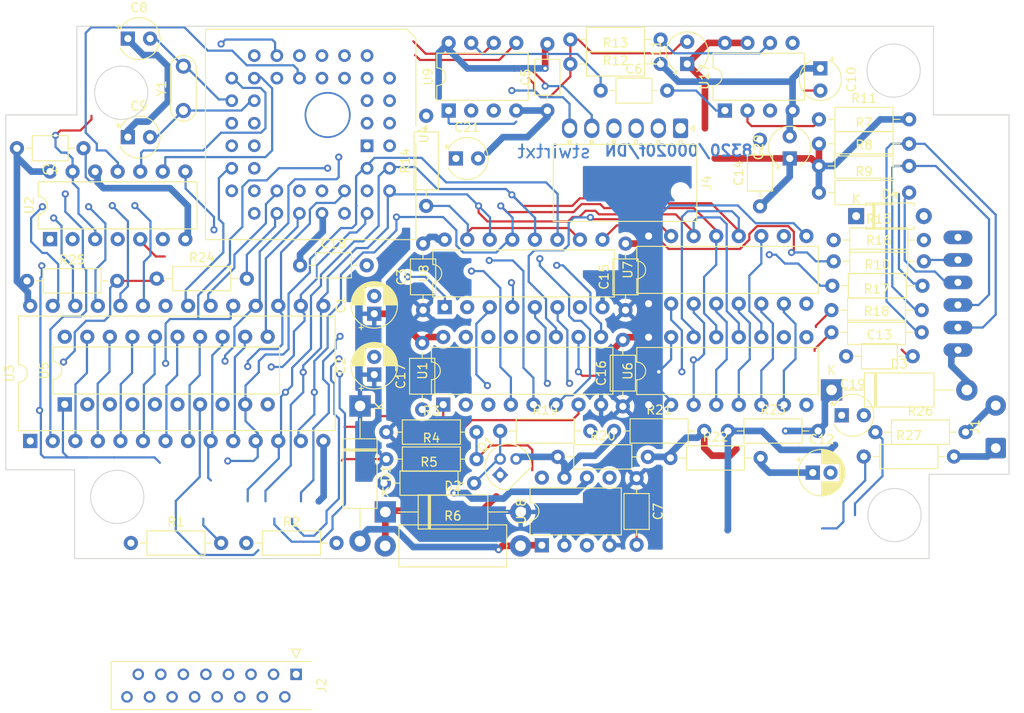
<source format=kicad_pcb>
(kicad_pcb (version 20240108) (generator "pcbnew") (generator_version "8.0")
  (layers (0 "F.Cu" signal) (31 "B.Cu" signal) (34 "B.Paste" user) (35 "F.Paste" user) (36 "B.SilkS" user "B.Silkscreen") (37 "F.SilkS" user "F.Silkscreen") (38 "B.Mask" user) (39 "F.Mask" user) (44 "Edge.Cuts" user))
  (net 0 "")
  (net 1 "Net-(U9-VCC)")
  (net 2 "Net-(U17-REF)")
  (net 3 "Net-(U4-XTAL2)")
  (net 4 "Net-(U4-XTAL1)")
  (net 5 "Net-(J2-Pin_14)")
  (net 6 "unconnected-(J4-Pin_5-Pad5)")
  (net 7 "unconnected-(J4-Pin_6-Pad6)")
  (net 9 "Net-(U17-~{RESIN})")
  (net 10 "Net-(U4-P3.2{slash}INT0)")
  (net 11 "Net-(U4-P3.6{slash}WR)")
  (net 12 "Net-(U2-Pad13)")
  (net 13 "Net-(U4-P3.7{slash}RD)")
  (net 14 "unconnected-(U2-Pad8)")
  (net 15 "Net-(U3-A12)")
  (net 16 "Net-(U3-~{CE})")
  (net 20 "GND")
  (net 21 "unconnected-(U3-~{PGM}-Pad27)")
  (net 28 "D4")
  (net 29 "D5")
  (net 30 "D6")
  (net 31 "D7")
  (net 32 "D0")
  (net 33 "D1")
  (net 34 "D2")
  (net 35 "D3")
  (net 41 "unconnected-(U4-P3.3{slash}INT1-Pad15)")
  (net 42 "Net-(U17-RESET)")
  (net 45 "Net-(U8-DS)")
  (net 47 "VCC")
  (net 48 "Net-(R3-Pad2)")
  (net 49 "Net-(D2-K)")
  (net 50 "Net-(C8-Pad1)")
  (net 52 "unconnected-(R10-Pad1)")
  (net 54 "Net-(J3-Pin_4)")
  (net 55 "Net-(J3-Pin_5)")
  (net 56 "Net-(J3-Pin_3)")
  (net 57 "unconnected-(C10-Pad2)")
  (net 59 "Net-(C11-Pad2)")
  (net 62 "unconnected-(R17-Pad1)")
  (net 63 "unconnected-(R18-Pad1)")
  (net 64 "Net-(D3-A)")
  (net 65 "Net-(J3-Pin_2)")
  (net 67 "unconnected-(R23-Pad1)")
  (net 69 "Net-(Q1-B)")
  (net 70 "Net-(Q1-C)")
  (net 71 "Net-(D1-A)")
  (net 72 "unconnected-(U9-NC-Pad1)")
  (net 73 "Net-(R20-Pad2)")
  (net 74 "Net-(D3-K)")
  (net 77 "Net-(R24-Pad1)")
  (net 78 "unconnected-(R26-Pad1)")
  (net 79 "unconnected-(R27-Pad1)")
  (net 80 "Net-(U18-Vin)")
  (net 84 "A15")
  (net 86 "A14")
  (net 88 "unconnected-(U1-A0-Pad1)")
  (net 91 "unconnected-(U1-E3-Pad6)")
  (net 94 "unconnected-(U1-Y7-Pad7)")
  (net 95 "Net-(U3-A3)")
  (net 96 "Net-(U3-A0)")
  (net 97 "Net-(U3-A2)")
  (net 98 "Net-(U3-A5)")
  (net 99 "Net-(U3-A4)")
  (net 100 "Net-(U3-A6)")
  (net 101 "Net-(U3-A7)")
  (net 102 "Net-(U3-A1)")
  (net 103 "Net-(U3-A13)")
  (net 104 "Net-(U3-A11)")
  (net 105 "Net-(U3-A9)")
  (net 106 "Net-(U3-A10)")
  (net 107 "Net-(U3-A8)")
  (net 108 "ALE")
  (net 109 "Net-(C12-Pad1)")
  (net 110 "Net-(J1-Pin_1)")
  (net 111 "Net-(J1-Pin_2)")
  (net 112 "unconnected-(C13-Pad2)")
  (net 115 "Net-(U6-CP)")
  (net 118 "Net-(U6-D)")
  (net 120 "unconnected-(U7-D-Pad2)")
  (net 124 "Net-(U1-Y5)")
  (net 125 "Net-(U1-Y4)")
  (net 126 "Net-(U2-Pad1)")
  (net 127 "SCL")
  (net 128 "SDA")
  (net 141 "Net-(J4-Pin_2)")
  (net 142 "Net-(J4-Pin_1)")
  (net 143 "Net-(J4-Pin_3)")
  (net 144 "RESET")
  (net 145 "Net-(U8-Q7)")
  (net 146 "Net-(U1-Y6)")
  (net 147 "Net-(U8-~{PL})")
  (footprint "Resistor_THT:R_Axial_DIN0207_L6.3mm_D2.5mm_P10.16mm_Horizontal" (layer "F.Cu") (at 122.35 93.25 90)
    (property "Reference" "R14")
    (property "Value" "1 kΩ ±1%")
  )
  (footprint "Capacitor_THT:C_Axial_L3.8mm_D2.6mm_P7.50mm_Horizontal" (layer "F.Cu") (at 159.95 93.3 90)
    (property "Reference" "C14")
    (property "Value" "C")
  )
  (footprint "Capacitor_THT:C_Axial_L3.8mm_D2.6mm_P7.50mm_Horizontal" (layer "F.Cu") (at 121.9 116.2 90)
    (property "Reference" "C17")
    (property "Value" "C")
  )
  (footprint "Crystal:Resonator-2Pin_W7.0mm_H2.5mm" (layer "F.Cu") (at 95 82.5 90)
    (property "Reference" "Y1")
    (property "Value" "Crystal")
  )
  (footprint "Package_DIP:DIP-8_W7.62mm" (layer "F.Cu") (at 135.38 131.5 90)
    (property "Reference" "U18")
    (property "Value" "MC34063AP")
  )
  (footprint "Resistor_THT:R_Axial_DIN0207_L6.3mm_D2.5mm_P10.16mm_Horizontal" (layer "F.Cu") (at 117.856 121.793)
    (property "Reference" "R4")
    (property "Value" "3.3 kΩ ±5%")
  )
  (footprint "Resistor_THT:R_Axial_DIN0207_L6.3mm_D2.5mm_P10.16mm_Horizontal" (layer "F.Cu") (at 143.51 118.618)
    (property "Reference" "R21")
    (property "Value" "100 kΩ ±5%")
  )
  (footprint "ConnPad:Conn01x06" (layer "F.Cu") (at 182.25 103.15)
    (property "Reference" "J3" (hide yes))
    (property "Value" "Automat")
  )
  (footprint "Capacitor_THT:CP_Radial_Tantal_D4.5mm_P2.50mm" (layer "F.Cu") (at 88.75 74.39)
    (property "Reference" "C8")
    (property "Value" "C")
  )
  (footprint "Connector_Molex:Molex_Nano-Fit_105313-xx06_1x06_P2.50mm_Horizontal" (layer "F.Cu") (at 151 84.5 -90)
    (property "Reference" "J4")
    (property "Value" "Tasten")
  )
  (footprint "Package_DIP:DIP-16_W7.62mm" (layer "F.Cu") (at 124.27 115.65 90)
    (property "Reference" "U1")
    (property "Value" "74HC238")
  )
  (footprint "Package_DIP:DIP-28_W15.24mm" (layer "F.Cu") (at 77.75 119.75 90)
    (property "Reference" "U3")
    (property "Value" "27C128")
  )
  (footprint "Connector_Wire:SolderWire-0.5sqmm_1x02_P4.8mm_D0.9mm_OD2.3mm" (layer "F.Cu") (at 186.5 120.55 90)
    (property "Reference" "J1")
    (property "Value" "Conn_01x02")
  )
  (footprint "Resistor_THT:R_Axial_DIN0207_L6.3mm_D2.5mm_P10.16mm_Horizontal" (layer "F.Cu") (at 91.99 101.45)
    (property "Reference" "R24")
    (property "Value" "100 kΩ ±5%")
  )
  (footprint "Resistor_THT:R_Axial_DIN0414_L11.9mm_D4.5mm_P15.24mm_Horizontal" (layer "F.Cu") (at 117.729 131.572)
    (property "Reference" "R6")
    (property "Value" "R")
  )
  (footprint "Capacitor_THT:CP_Radial_Tantal_D4.5mm_P2.50mm" (layer "F.Cu") (at 163.3 87.9 90)
    (property "Reference" "C20")
    (property "Value" "C")
  )
  (footprint "Package_DIP:DIP-16_W7.62mm" (layer "F.Cu") (at 124.43 104.67 90)
    (property "Reference" "U8")
    (property "Value" "74HC165")
  )
  (footprint "Connector_TE-Connectivity:TE_Micro-MaTch_1-215079-6_2x08_P1.27mm_Vertical" (layer "F.Cu") (at 107.7 146.05 -90)
    (property "Reference" "J2")
    (property "Value" "LCD")
  )
  (footprint "Diode_THT:D_DO-15_P15.24mm_Horizontal" (layer "F.Cu") (at 114.9 115.8 -90)
    (property "Reference" "D1")
    (property "Value" "D")
  )
  (footprint "Package_DIP:DIP-20_W7.62mm" (layer "F.Cu") (at 81.64 115.62 90)
    (property "Reference" "U5")
    (property "Value" "74LS573")
  )
  (footprint "Resistor_THT:R_Axial_DIN0207_L6.3mm_D2.5mm_P10.16mm_Horizontal" (layer "F.Cu") (at 168.25 97.1)
    (property "Reference" "R15")
    (property "Value" "4.7 kΩ ±1%")
  )
  (footprint "Capacitor_THT:C_Axial_L3.8mm_D2.6mm_P7.50mm_Horizontal" (layer "F.Cu") (at 169.65 110.2)
    (property "Reference" "C13")
    (property "Value" "C")
  )
  (footprint "Resistor_THT:R_Axial_DIN0207_L6.3mm_D2.5mm_P10.16mm_Horizontal" (layer "F.Cu") (at 168.09 102.25)
    (property "Reference" "R10")
    (property "Value" "1 kΩ ±1%")
  )
  (footprint "Capacitor_THT:CP_Radial_D5.0mm_P2.00mm" (layer "F.Cu") (at 165.894 123.317)
    (property "Reference" "C12")
    (property "Value" "C_Polarized")
  )
  (footprint "Resistor_THT:R_Axial_DIN0207_L6.3mm_D2.5mm_P10.16mm_Horizontal" (layer "F.Cu") (at 117.59 124.5)
    (property "Reference" "R5")
    (property "Value" "270 Ω ±5%")
  )
  (footprint "Resistor_THT:R_Axial_DIN0207_L6.3mm_D2.5mm_P10.16mm_Horizontal" (layer "F.Cu") (at 138.59 77.25)
    (property "Reference" "R13")
    (property "Value" "47 kΩ ±5%")
  )
  (footprint "Resistor_THT:R_Axial_DIN0207_L6.3mm_D2.5mm_P10.16mm_Horizontal" (layer "F.Cu") (at 137.16 121.539)
    (property "Reference" "R20")
    (property "Value" "100 kΩ ±5%")
  )
  (footprint "Resistor_THT:R_Axial_DIN0207_L6.3mm_D2.5mm_P10.16mm_Horizontal" (layer "F.Cu") (at 166.59 88.75)
    (property "Reference" "R8")
    (property "Value" "1 kΩ ±1%")
  )
  (footprint "Capacitor_THT:C_Axial_L3.8mm_D2.6mm_P7.50mm_Horizontal" (layer "F.Cu") (at 144.5 115.85 90)
    (property "Reference" "C16")
    (property "Value" "C")
  )
  (footprint "Resistor_THT:R_Axial_DIN0207_L6.3mm_D2.5mm_P10.16mm_Horizontal" (layer "F.Cu") (at 168 107.5)
    (property "Reference" "R18")
    (property "Value" "270 Ω ±5%")
  )
  (footprint "Resistor_THT:R_Axial_DIN0207_L6.3mm_D2.5mm_P10.16mm_Horizontal" (layer "F.Cu") (at 166.59 91.75)
    (property "Reference" "R9")
    (property "Value" "1 kΩ ±1%")
  )
  (footprint "Capacitor_THT:CP_Radial_D5.0mm_P2.00mm" (layer "F.Cu") (at 116.5 112.268 90)
    (property "Reference" "C2")
    (property "Value" "C_Polarized")
  )
  (footprint "Package_DIP:DIP-16_W7.62mm" (layer "F.Cu") (at 147.4 104.27 90)
    (property "Reference" "U7")
    (property "Value" "74HC4094")
  )
  (footprint "Package_DIP:DIP-16_W7.62mm" (layer "F.Cu") (at 147.4 115.67 90)
    (property "Reference" "U6")
    (property "Value" "74HC4094")
  )
  (footprint "Capacitor_THT:C_Axial_L3.8mm_D2.6mm_P7.50mm_Horizontal" (layer "F.Cu") (at 122 105 90)
    (property "Reference" "C3")
    (property "Value" "C")
  )
  (footprint "Resistor_THT:R_Axial_DIN0207_L6.3mm_D2.5mm_P10.16mm_Horizontal" (layer "F.Cu") (at 172.94 118.75)
    (property "Reference" "R26")
    (property "Value" "100 kΩ ±5%")
  )
  (footprint "Capacitor_THT:C_Axial_L3.8mm_D2.6mm_P7.50mm_Horizontal" (layer "F.Cu") (at 142 80.25)
    (property "Reference" "C6")
    (property "Value" "C")
  )
  (footprint "Package_DIP:DIP-8_W7.62mm" (layer "F.Cu") (at 124.88 82.5 90)
    (property "Reference" "U9")
    (property "Value" "AT24CS16-SSHM")
  )
  (footprint "Resistor_THT:R_Axial_DIN0207_L6.3mm_D2.5mm_P10.16mm_Horizontal" (layer "F.Cu") (at 166.59 83.5)
    (property "Reference" "R11")
    (property "Value" "10 kΩ ±5%")
  )
  (footprint "Capacitor_THT:CP_Radial_Tantal_D4.5mm_P2.50mm" (layer "F.Cu") (at 88.75 85.5)
    (property "Reference" "C9")
    (property "Value" "C")
  )
  (footprint "Resistor_THT:R_Axial_DIN0207_L6.3mm_D2.5mm_P10.16mm_Horizontal" (layer "F.Cu") (at 130.683 118.618)
    (property "Reference" "R19")
    (property "Value" "270 Ω ±5%")
  )
  (footprint "Diode_THT:D_DO-15_P15.24mm_Horizontal" (layer "F.Cu") (at 117.75 127.75)
    (property "Reference" "D2")
    (property "Value" "D")
  )
  (footprint "Resistor_THT:R_Axial_DIN0207_L6.3mm_D2.5mm_P10.16mm_Horizontal" (layer "F.Cu") (at 117.856 118.745)
    (property "Reference" "R3")
    (property "Value" "110 Ω ±1%")
  )
  (footprint "Capacitor_THT:CP_Radial_Tantal_D4.5mm_P2.50mm" (layer "F.Cu") (at 125.7 87.9)
    (property "Reference" "C21")
    (property "Value" "C")
  )
  (footprint "Resistor_THT:R_Axial_DIN0207_L6.3mm_D2.5mm_P10.16mm_Horizontal" (layer "F.Cu") (at 148.75 74.5 180)
    (property "Reference" "R12")
    (property "Value" "22 Ω ±5%")
  )
  (footprint "Capacitor_THT:CP_Radial_Tantal_D4.5mm_P2.50mm" (layer "F.Cu") (at 151.75 77.25 90)
    (property "Reference" "C11")
    (property "Value" "C")
  )
  (footprint "Resistor_THT:R_Axial_DIN0207_L6.3mm_D2.5mm_P10.16mm_Horizontal" (layer "F.Cu") (at 149.86 121.666)
    (property "Reference" "R22")
    (property "Value" "100 kΩ ±5%")
  )
  (footprint "Resistor_THT:R_Axial_DIN0207_L6.3mm_D2.5mm_P10.16mm_Horizontal" (layer "F.Cu") (at 168.25 99.5)
    (property "Reference" "R16")
    (property "Value" "47 Ω ±1%")
  )
  (footprint "Resistor_THT:R_Axial_DIN0207_L6.3mm_D2.5mm_P10.16mm_Horizontal" (layer "F.Cu") (at 168 105)
    (property "Reference" "R17")
    (property "Value" "270 Ω ±5%")
  )
  (footprint "Diode_THT:D_A-405_P7.62mm_Horizontal" (layer "F.Cu") (at 170.78 94.4)
    (property "Reference" "D4")
    (property "Value" "D")
  )
  (footprint "Package_DIP:DIP-14_W7.62mm" (layer "F.Cu") (at 79.98 97 90)
    (property "Reference" "U2")
    (property "Value" "74HC00")
  )
  (footprint "Capacitor_THT:C_Axial_L3.8mm_D2.6mm_P7.50mm_Horizontal" (layer "F.Cu") (at 136 82.5 90)
    (property "Reference" "C5")
    (property "Value" "C")
  )
  (footprint "Diode_THT:D_DO-15_P15.24mm_Horizontal" (layer "F.Cu") (at 168.01 114)
    (property "Reference" "D3")
    (property "Value" "D")
  )
  (footprint "Capacitor_THT:CP_Radial_Tantal_D4.5mm_P2.50mm" (layer "F.Cu") (at 169.15 116.85)
    (property "Reference" "C19")
    (property "Value" "C")
  )
  (footprint "Resistor_THT:R_Axial_DIN0207_L6.3mm_D2.5mm_P10.16mm_Horizontal" (layer "F.Cu") (at 77.39 101.7)
    (property "Reference" "R25")
    (property "Value" "4.7 kΩ ±1%")
  )
  (footprint "Capacitor_THT:CP_Radial_D5.0mm_P2.00mm" (layer "F.Cu") (at 116.5 105.41 90)
    (property "Reference" "C1")
    (property "Value" "C_Polarized")
  )
  (footprint "Resistor_THT:R_Axial_DIN0207_L6.3mm_D2.5mm_P10.16mm_Horizontal" (layer "F.Cu") (at 156.337 118.618)
    (property "Reference" "R23")
    (property "Value" "100 Ω ±1%")
  )
  (footprint "Capacitor_THT:C_Axial_L3.8mm_D2.6mm_P7.50mm_Horizontal" (layer "F.Cu") (at 146.05 123.945 -90)
    (property "Reference" "C7")
    (property "Value" "C")
  )
  (footprint "Resistor_THT:R_Axial_DIN0207_L6.3mm_D2.5mm_P10.16mm_Horizontal" (layer "F.Cu") (at 166.59 86.25)
    (property "Reference" "R7")
    (property "Value" "1 kΩ ±1%")
  )
  (footprint "Package_LCC:PLCC-44_THT-Socket" (layer "F.Cu") (at 115.69 86.47 -90)
    (property "Reference" "U4")
    (property "Value" "~")
  )
  (footprint "Resistor_THT:R_Axial_DIN0207_L6.3mm_D2.5mm_P10.16mm_Horizontal" (layer "F.Cu") (at 89.09 131.25)
    (property "Reference" "R1")
    (property "Value" "3.3 kΩ ±5%")
  )
  (footprint "Capacitor_THT:CP_Radial_Tantal_D4.5mm_P2.50mm" (layer "F.Cu") (at 166.75 77.75 -90)
    (property "Reference" "C10")
    (property "Value" "C")
  )
  (footprint "Capacitor_THT:C_Axial_L3.8mm_D2.6mm_P7.50mm_Horizontal" (layer "F.Cu") (at 108.15 99.95)
    (property "Reference" "C18")
    (property "Value" "C")
  )
  (footprint "Capacitor_THT:C_Axial_L3.8mm_D2.6mm_P7.50mm_Horizontal" (layer "F.Cu") (at 144.8 105 90)
    (property "Reference" "C15")
    (property "Value" "C")
  )
  (footprint "Resistor_THT:R_Axial_DIN0207_L6.3mm_D2.5mm_P10.16mm_Horizontal" (layer "F.Cu") (at 171.64 121.5)
    (property "Reference" "R27")
    (property "Value" "100 kΩ ±5%")
  )
  (footprint "Package_DIP:DIP-8_W7.62mm" (layer "F.Cu") (at 156 82.5 90)
    (property "Reference" "U17")
    (property "Value" "TL7705A")
  )
  (footprint "Resistor_THT:R_Axial_DIN0207_L6.3mm_D2.5mm_P10.16mm_Horizontal" (layer "F.Cu") (at 102.09 131.25)
    (property "Reference" "R2")
    (property "Value" "22 Ω ±5%")
  )
  (footprint "Package_TO_SOT_THT:TO-92" (layer "F.Cu") (at 130.683 123.571 45)
    (property "Reference" "Q1")
    (property "Value" "2N3904")
  )
  (footprint "Capacitor_THT:C_Axial_L3.8mm_D2.6mm_P7.50mm_Horizontal" (layer "F.Cu") (at 83.75 86.75 180)
    (property "Reference" "C4")
    (property "Value" "C")
  )
  (gr_circle (center 111.25 83) (end 113.75 83) (stroke (width 0.2)) (fill none) (layer "B.Cu"))
  (gr_circle (center 175 78) (end 175 75) (stroke (width 0.1)) (fill none) (layer "Edge.Cuts"))
  (gr_circle (center 87.55 126.05) (end 87.55 123.05) (stroke (width 0.1)) (fill none) (layer "Edge.Cuts"))
  (gr_line (start 82.75 133) (end 179 133) (stroke (width 0.1)) (layer "Edge.Cuts"))
  (gr_circle (center 88 80.5) (end 88 77.5) (stroke (width 0.1)) (fill none) (layer "Edge.Cuts"))
  (gr_line (start 179.5 73) (end 83 73) (stroke (width 0.1)) (layer "Edge.Cuts"))
  (gr_line (start 82.75 133) (end 82.75 123) (stroke (width 0.1)) (layer "Edge.Cuts"))
  (gr_line (start 75 83) (end 75 123) (stroke (width 0.1)) (layer "Edge.Cuts"))
  (gr_line (start 75 123) (end 82.75 123) (stroke (width 0.1)) (layer "Edge.Cuts"))
  (gr_line (start 179 133) (end 179 123.5) (stroke (width 0.1)) (layer "Edge.Cuts"))
  (gr_line (start 179 123.5) (end 188 123.5) (stroke (width 0.1)) (layer "Edge.Cuts"))
  (gr_line (start 179.5 83) (end 179.5 73) (stroke (width 0.1)) (layer "Edge.Cuts"))
  (gr_line (start 83 83) (end 75 83) (stroke (width 0.1)) (layer "Edge.Cuts"))
  (gr_line (start 188 83) (end 179.5 83) (stroke (width 0.1)) (layer "Edge.Cuts"))
  (gr_circle (center 175.1 128.1) (end 175.1 125.1) (stroke (width 0.1)) (fill none) (layer "Edge.Cuts"))
  (gr_line (start 83 73) (end 83 83) (stroke (width 0.1)) (layer "Edge.Cuts"))
  (gr_line (start 188 123.5) (end 188 83) (stroke (width 0.1)) (layer "Edge.Cuts"))
  (gr_text "stwirtxt" (at 141 88 0) (layer "B.Cu") (effects (font (size 1.5 1.5) (thickness 0.2)) (justify left bottom mirror)))
  (gr_text "8320/00020f/DN" (at 159.25 87.75 0) (layer "B.Cu") (effects (font (size 1.25 1.25) (thickness 0.25) (bold yes)) (justify left bottom mirror)))
  (via (at 112.522 110.49) (size 0.8) (drill 0.4) (layers "F.Cu" "B.Cu") (net 0))
  (via (at 112.6 112.2) (size 0.8) (drill 0.4) (layers "F.Cu" "B.Cu") (net 0))
  (segment (start 108.585 130.429) (end 109.22 130.429) (width 0.25) (layer "B.Cu") (net 0))
  (segment (start 106.3 130.2) (end 107.2 131.1) (width 0.25) (layer "B.Cu") (net 0))
  (segment (start 111.125 128.397) (end 111.125 127.635) (width 0.25) (layer "B.Cu") (net 0))
  (segment (start 111.633 111.379) (end 112.522 110.49) (width 0.25) (layer "B.Cu") (net 0))
  (segment (start 110.4 131.1) (end 110.95 130.55) (width 0.25) (layer "B.Cu") (net 0))
  (segment (start 109.728 130.429) (end 110.49 129.667) (width 0.25) (layer "B.Cu") (net 0))
  (segment (start 112.6 116.05) (end 112.6 112.2) (width 0.25) (layer "B.Cu") (net 0))
  (segment (start 107.25 129.094) (end 108.204 130.048) (width 0.25) (layer "B.Cu") (net 0))
  (segment (start 111.76 127) (end 112.522 126.238) (width 0.25) (layer "B.Cu") (net 0))
  (segment (start 112.395 117.094) (end 112.014 116.713) (width 0.25) (layer "B.Cu") (net 0))
  (segment (start 112.522 117.221) (end 112.395 117.094) (width 0.25) (layer "B.Cu") (net 0))
  (segment (start 111.8 128.25) (end 112.2 127.85) (width 0.25) (layer "B.Cu") (net 0))
  (segment (start 113.2 126.85) (end 113.2 119.85) (width 0.25) (layer "B.Cu") (net 0))
  (segment (start 111.125 129.032) (end 111.125 128.397) (width 0.25) (layer "B.Cu") (net 0))
  (segment (start 108.204 130.048) (end 108.585 130.429) (width 0.25) (layer "B.Cu") (net 0))
  (segment (start 111.8 129.7) (end 111.8 129.05) (width 0.25) (layer "B.Cu") (net 0))
  (segment (start 112.014 113.284) (end 111.633 112.903) (width 0.25) (layer "B.Cu") (net 0))
  (segment (start 111.633 112.903) (end 111.633 111.379) (width 0.25) (layer "B.Cu") (net 0))
  (segment (start 112.522 122.301) (end 112.522 117.221) (width 0.25) (layer "B.Cu") (net 0))
  (segment (start 110.95 130.55) (end 111.8 129.7) (width 0.25) (layer "B.Cu") (net 0))
  (segment (start 113.2 119.85) (end 113.2 116.65) (width 0.25) (layer "B.Cu") (net 0))
  (segment (start 105.25 128.5) (end 105.25 129.15) (width 0.25) (layer "B.Cu") (net 0))
  (segment (start 113.2 116.65) (end 112.95 116.4) (width 0.25) (layer "B.Cu") (net 0))
  (segment (start 109.22 130.429) (end 109.728 130.429) (width 0.25) (layer "B.Cu") (net 0))
  (segment (start 112.014 115.189) (end 112.014 113.284) (width 0.25) (layer "B.Cu") (net 0))
  (segment (start 107.25 128.5) (end 107.25 129.094) (width 0.25) (layer "B.Cu") (net 0))
  (segment (start 112.2 127.85) (end 113.2 126.85) (width 0.25) (layer "B.Cu") (net 0))
  (segment (start 112.95 116.4) (end 112.6 116.05) (width 0.25) (layer "B.Cu") (net 0))
  (segment (start 105.25 129.15) (end 106.3 130.2) (width 0.25) (layer "B.Cu") (net 0))
  (segment (start 111.8 129.05) (end 111.8 128.25) (width 0.25) (layer "B.Cu") (net 0))
  (segment (start 107.2 131.1) (end 108.5 131.1) (width 0.25) (layer "B.Cu") (net 0))
  (segment (start 112.014 116.713) (end 112.014 115.189) (width 0.25) (layer "B.Cu") (net 0))
  (segment (start 110.49 129.667) (end 111.125 129.032) (width 0.25) (layer "B.Cu") (net 0))
  (segment (start 111.125 127.635) (end 111.76 127) (width 0.25) (layer "B.Cu") (net 0))
  (segment (start 108.5 131.1) (end 110.4 131.1) (width 0.25) (layer "B.Cu") (net 0))
  (segment (start 112.522 126.238) (end 112.522 122.301) (width 0.25) (layer "B.Cu") (net 0))
  (segment (start 135.75 75.25) (end 136 75) (width 0.75) (layer "F.Cu") (net 1))
  (segment (start 135.75 77.75) (end 135.75 75.25) (width 0.75) (layer "F.Cu") (net 1))
  (via (at 135.75 77.75) (size 0.8) (drill 0.4) (layers "F.Cu" "B.Cu") (net 1))
  (segment (start 123.75 76.01) (end 123.75 81) (width 0.75) (layer "B.Cu") (net 1))
  (segment (start 124.88 75.63) (end 127 77.75) (width 0.75) (layer "B.Cu") (net 1))
  (segment (start 132.25 77.75) (end 135.75 77.75) (width 0.75) (layer "B.Cu") (net 1))
  (segment (start 127 77.75) (end 132.25 77.75) (width 0.75) (layer "B.Cu") (net 1))
  (segment (start 124.88 74.88) (end 124.88 75.63) (width 0.75) (layer "B.Cu") (net 1))
  (segment (start 124.88 74.88) (end 123.75 76.01) (width 0.75) (layer "B.Cu") (net 1))
  (segment (start 149.5 80.25) (end 152.75 80.25) (width 0.25) (layer "B.Cu") (net 2))
  (segment (start 155 82.5) (end 156 82.5) (width 0.25) (layer "B.Cu") (net 2))
  (segment (start 152.75 80.25) (end 155 82.5) (width 0.25) (layer "B.Cu") (net 2))
  (segment (start 99 81.25) (end 95.75 78) (width 0.25) (layer "B.Cu") (net 3))
  (segment (start 100.25 81.25) (end 99 81.25) (width 0.25) (layer "B.Cu") (net 3))
  (segment (start 95.75 78) (end 95 78) (width 0.25) (layer "B.Cu") (net 3))
  (segment (start 95 77.5) (end 91.89 74.39) (width 0.25) (layer "B.Cu") (net 3))
  (segment (start 91.89 74.39) (end 91.25 74.39) (width 0.25) (layer "B.Cu") (net 3))
  (segment (start 101.54 82.5) (end 102.79 81.25) (width 0.25) (layer "B.Cu") (net 4))
  (segment (start 95.5 82.5) (end 101.54 82.5) (width 0.25) (layer "B.Cu") (net 4))
  (segment (start 92 85.5) (end 91.25 85.5) (width 0.25) (layer "B.Cu") (net 4))
  (segment (start 95 82.5) (end 92 85.5) (width 0.25) (layer "B.Cu") (net 4))
  (segment (start 95 83) (end 95.5 82.5) (width 0.25) (layer "B.Cu") (net 4))
  (via (at 112.649 107.95) (size 0.8) (drill 0.4) (layers "F.Cu" "B.Cu") (net 5))
  (segment (start 110.744 110.744) (end 112.141 109.347) (width 0.25) (layer "B.Cu") (net 5))
  (segment (start 111.379 116.586) (end 111.379 113.411) (width 0.25) (layer "B.Cu") (net 5))
  (segment (start 112.141 109.347) (end 112.141 108.458) (width 0.25) (layer "B.Cu") (net 5))
  (segment (start 108.25 125.557) (end 109.65 124.157) (width 0.25) (layer "B.Cu") (net 5))
  (segment (start 112.141 108.458) (end 112.649 107.95) (width 0.25) (layer "B.Cu") (net 5))
  (segment (start 109.65 124.157) (end 109.65 120.220991) (width 0.25) (layer "B.Cu") (net 5))
  (segment (start 108.25 126.55) (end 108.25 125.557) (width 0.25) (layer "B.Cu") (net 5))
  (segment (start 110.744 112.776) (end 110.744 110.744) (width 0.25) (layer "B.Cu") (net 5))
  (segment (start 97.25 128.5) (end 97.25 129.25) (width 0.25) (layer "B.Cu") (net 5))
  (segment (start 111.379 113.411) (end 110.744 112.776) (width 0.25) (layer "B.Cu") (net 5))
  (segment (start 97.25 129.25) (end 99.25 131.25) (width 0.25) (layer "B.Cu") (net 5))
  (segment (start 109.645 118.32) (end 111.379 116.586) (width 0.25) (layer "B.Cu") (net 5))
  (segment (start 109.65 120.220991) (end 109.645 120.215991) (width 0.25) (layer "B.Cu") (net 5))
  (segment (start 109.645 120.215991) (end 109.645 118.32) (width 0.25) (layer "B.Cu") (net 5))
  (segment (start 135.75 79.75) (end 135.75 79.45) (width 0.25) (layer "F.Cu") (net 6))
  (segment (start 133.8 77.5) (end 133.15 77.5) (width 0.25) (layer "F.Cu") (net 6))
  (segment (start 135.75 79.45) (end 133.8 77.5) (width 0.25) (layer "F.Cu") (net 6))
  (via (at 135.75 79.75) (size 0.8) (drill 0.4) (layers "F.Cu" "B.Cu") (net 6))
  (segment (start 141 84.5) (end 141 83) (width 0.25) (layer "B.Cu") (net 6))
  (segment (start 137.75 79.75) (end 135.75 79.75) (width 0.25) (layer "B.Cu") (net 6))
  (segment (start 141 83) (end 139.75 81.75) (width 0.25) (layer "B.Cu") (net 6))
  (segment (start 139.75 81.75) (end 137.75 79.75) (width 0.25) (layer "B.Cu") (net 6))
  (via (at 132 80.25) (size 0.8) (drill 0.4) (layers "F.Cu" "B.Cu") (net 7))
  (segment (start 137.75 81) (end 135.25 81) (width 0.25) (layer "B.Cu") (net 7))
  (segment (start 138.5 81.75) (end 137.75 81) (width 0.25) (layer "B.Cu") (net 7))
  (segment (start 134.5 80.25) (end 132 80.25) (width 0.25) (layer "B.Cu") (net 7))
  (segment (start 138.5 84.5) (end 138.5 81.75) (width 0.25) (layer "B.Cu") (net 7))
  (segment (start 135.25 81) (end 134.5 80.25) (width 0.25) (layer "B.Cu") (net 7))
  (segment (start 166.59 83.5) (end 166.59 83.66) (width 0.25) (layer "F.Cu") (net 9))
  (segment (start 166 84.25) (end 159 84.25) (width 0.25) (layer "F.Cu") (net 9))
  (segment (start 159 84.25) (end 158.54 83.79) (width 0.25) (layer "F.Cu") (net 9))
  (segment (start 158.54 83.79) (end 158.54 82.5) (width 0.25) (layer "F.Cu") (net 9))
  (segment (start 166.59 83.66) (end 166 84.25) (width 0.25) (layer "F.Cu") (net 9))
  (segment (start 107.4 77.4) (end 102.15 77.4) (width 0.25) (layer "B.Cu") (net 10))
  (segment (start 87.63 88.38) (end 87.63 89.38) (width 0.25) (layer "B.Cu") (net 10))
  (segment (start 85.25 87) (end 86.25 87) (width 0.25) (layer "B.Cu") (net 10))
  (segment (start 95.125 73.125) (end 84.625 73.125) (width 0.25) (layer "B.Cu") (net 10))
  (segment (start 97.75 75.75) (end 95.125 73.125) (width 0.25) (layer "B.Cu") (net 10))
  (segment (start 84.625 73.125) (end 84 73.75) (width 0.25) (layer "B.Cu") (net 10))
  (segment (start 102.15 77.4) (end 100.5 75.75) (width 0.25) (layer "B.Cu") (net 10))
  (segment (start 86.25 87) (end 87.63 88.38) (width 0.25) (layer "B.Cu") (net 10))
  (segment (start 100.5 75.75) (end 97.75 75.75) (width 0.25) (layer "B.Cu") (net 10))
  (segment (start 107.87 77.87) (end 107.4 77.4) (width 0.25) (layer "B.Cu") (net 10))
  (segment (start 84 85) (end 85.25 86.25) (width 0.25) (layer "B.Cu") (net 10))
  (segment (start 84 73.75) (end 84 85) (width 0.25) (layer "B.Cu") (net 10))
  (segment (start 107.87 78.71) (end 107.87 77.87) (width 0.25) (layer "B.Cu") (net 10))
  (segment (start 85.25 86.25) (end 85.25 87) (width 0.25) (layer "B.Cu") (net 10))
  (segment (start 100.25 78.71) (end 100.46 78.71) (width 0.25) (layer "B.Cu") (net 11))
  (segment (start 101.7 79.95) (end 103.7 79.95) (width 0.25) (layer "B.Cu") (net 11))
  (segment (start 100.46 78.71) (end 101.7 79.95) (width 0.25) (layer "B.Cu") (net 11))
  (segment (start 104.25 84.5) (end 103.75 85) (width 0.25) (layer "B.Cu") (net 11))
  (segment (start 90.25 89.21) (end 90.42 89.38) (width 0.25) (layer "B.Cu") (net 11))
  (segment (start 99.25 85) (end 97.25 87) (width 0.25) (layer "B.Cu") (net 11))
  (segment (start 103.7 79.95) (end 104.25 80.5) (width 0.25) (layer "B.Cu") (net 11))
  (segment (start 90.25 87.25) (end 90.25 89.21) (width 0.25) (layer "B.Cu") (net 11))
  (segment (start 103.75 85) (end 99.25 85) (width 0.25) (layer "B.Cu") (net 11))
  (segment (start 90.5 87) (end 90.25 87.25) (width 0.25) (layer "B.Cu") (net 11))
  (segment (start 97.25 87) (end 90.5 87) (width 0.25) (layer "B.Cu") (net 11))
  (segment (start 104.25 80.5) (end 104.25 84.5) (width 0.25) (layer "B.Cu") (net 11))
  (segment (start 81.15 84.75) (end 82.05 84.75) (width 0.25) (layer "F.Cu") (net 12))
  (segment (start 80.6 85.3) (end 81.15 84.75) (width 0.25) (layer "F.Cu") (net 12))
  (segment (start 84.65 83.5) (end 84.65 83.1) (width 0.25) (layer "F.Cu") (net 12))
  (segment (start 84.05 84.1) (end 84.65 83.5) (width 0.25) (layer "F.Cu") (net 12))
  (segment (start 82.05 84.75) (end 83.4 84.75) (width 0.25) (layer "F.Cu") (net 12))
  (segment (start 83.4 84.75) (end 84.05 84.1) (width 0.25) (layer "F.Cu") (net 12))
  (via (at 80.6 85.3) (size 0.8) (drill 0.4) (layers "F.Cu" "B.Cu") (net 12))
  (segment (start 80.6 86.6) (end 80.6 85.3) (width 0.25) (layer "B.Cu") (net 12))
  (segment (start 82.35 87.75) (end 81.85 87.25) (width 0.25) (layer "B.Cu") (net 12))
  (segment (start 85.09 97) (end 85.09 96.012) (width 0.25) (layer "B.Cu") (net 12))
  (segment (start 82.52 87.92) (end 82.35 87.75) (width 0.25) (layer "B.Cu") (net 12))
  (segment (start 81.25 87.25) (end 81 87) (width 0.25) (layer "B.Cu") (net 12))
  (segment (start 83.185 94.107) (end 83.185 91.313) (width 0.25) (layer "B.Cu") (net 12))
  (segment (start 82.55 90.678) (end 82.55 89.38) (width 0.25) (layer "B.Cu") (net 12))
  (segment (start 81 87) (end 80.6 86.6) (width 0.25) (layer "B.Cu") (net 12))
  (segment (start 81.85 87.25) (end 81.6 87.25) (width 0.25) (layer "B.Cu") (net 12))
  (segment (start 81.6 87.25) (end 81.25 87.25) (width 0.25) (layer "B.Cu") (net 12))
  (segment (start 82.52 89.38) (end 82.52 87.92) (width 0.25) (layer "B.Cu") (net 12))
  (segment (start 85.09 96.012) (end 83.185 94.107) (width 0.25) (layer "B.Cu") (net 12))
  (segment (start 83.185 91.313) (end 82.55 90.678) (width 0.25) (layer "B.Cu") (net 12))
  (segment (start 105 80) (end 105 87) (width 0.25) (layer "B.Cu") (net 13))
  (segment (start 93 87.75) (end 92.96 87.79) (width 0.25) (layer "B.Cu") (net 13))
  (segment (start 92.96 87.79) (end 92.96 89.38) (width 0.25) (layer "B.Cu") (net 13))
  (segment (start 102.79 78.71) (end 103.71 78.71) (width 0.25) (layer "B.Cu") (net 13))
  (segment (start 103.71 78.71) (end 105 80) (width 0.25) (layer "B.Cu") (net 13))
  (segment (start 104.25 87.75) (end 93 87.75) (width 0.25) (layer "B.Cu") (net 13))
  (segment (start 105 87) (end 104.25 87.75) (width 0.25) (layer "B.Cu") (net 13))
  (via (at 98.45 95.95) (size 0.8) (drill 0.4) (layers "F.Cu" "B.Cu") (net 14))
  (segment (start 95.95 92) (end 98.45 94.5) (width 0.25) (layer "B.Cu") (net 14))
  (segment (start 95.25 91.3) (end 95.95 92) (width 0.25) (layer "B.Cu") (net 14))
  (segment (start 95.25 89.38) (end 95.25 91.3) (width 0.25) (layer "B.Cu") (net 14))
  (segment (start 98.45 94.5) (end 98.45 95.95) (width 0.25) (layer "B.Cu") (net 14))
  (via (at 81.7 91.9) (size 0.8) (drill 0.4) (layers "F.Cu" "B.Cu") (net 15))
  (segment (start 80.02 107.18) (end 81.5 105.7) (width 0.25) (layer "B.Cu") (net 15))
  (segment (start 81.5 105.7) (end 83.45 105.7) (width 0.25) (layer "B.Cu") (net 15))
  (segment (start 80.02 120) (end 80.02 107.18) (width 0.25) (layer "B.Cu") (net 15))
  (segment (start 83.675 95.875) (end 81.7 93.9) (width 0.25) (layer "B.Cu") (net 15))
  (segment (start 81.7 93.9) (end 81.7 91.9) (width 0.25) (layer "B.Cu") (net 15))
  (segment (start 83.45 105.7) (end 84.05 105.1) (width 0.25) (layer "B.Cu") (net 15))
  (segment (start 84.05 105.1) (end 84.05 100.5) (width 0.25) (layer "B.Cu") (net 15))
  (segment (start 83.675 100.125) (end 83.675 95.875) (width 0.25) (layer "B.Cu") (net 15))
  (segment (start 84.05 100.5) (end 83.675 100.125) (width 0.25) (layer "B.Cu") (net 15))
  (segment (start 105.33 91.41) (end 105.33 92.02) (width 0.25) (layer "B.Cu") (net 16))
  (segment (start 104.3 93.05) (end 104.3 95.2) (width 0.25) (layer "B.Cu") (net 16))
  (segment (start 97.8 103.2) (end 97.8 104.76) (width 0.25) (layer "B.Cu") (net 16))
  (segment (start 104.3 95.2) (end 100.75 98.75) (width 0.25) (layer "B.Cu") (net 16))
  (segment (start 100.75 98.75) (end 100.75 100.25) (width 0.25) (layer "B.Cu") (net 16))
  (segment (start 100.75 100.25) (end 97.8 103.2) (width 0.25) (layer "B.Cu") (net 16))
  (segment (start 105.33 92.02) (end 104.3 93.05) (width 0.25) (layer "B.Cu") (net 16))
  (via (at 78.8 116.3) (size 0.8) (drill 0.4) (layers "F.Cu" "B.Cu") (net 20))
  (via (at 79.05 100) (size 0.8) (drill 0.4) (layers "F.Cu" "B.Cu") (net 20))
  (segment (start 86 91.25) (end 85.34 90.59) (width 0.75) (layer "B.Cu") (net 20))
  (segment (start 163.62 82.5) (end 163.62 79.25) (width 0.75) (layer "B.Cu") (net 20))
  (segment (start 84.2 121.6) (end 87.2 121.6) (width 0.25) (layer "B.Cu") (net 20))
  (segment (start 78.8 116.3) (end 78.9 116.2) (width 0.25) (layer "B.Cu") (net 20))
  (segment (start 93.5 91.25) (end 86 91.25) (width 0.75) (layer "B.Cu") (net 20))
  (segment (start 110.8 119.78) (end 110.8 126) (width 0.75) (layer "B.Cu") (net 20))
  (segment (start 110.77 119.75) (end 110.8 119.78) (width 0.75) (layer "B.Cu") (net 20))
  (segment (start 84.5 90.5) (end 85.34 90.5) (width 0.25) (layer "B.Cu") (net 20))
  (segment (start 78.95 121.25) (end 78.95 116.45) (width 0.25) (layer "B.Cu") (net 20))
  (segment (start 81.6 116.1) (end 81.435 116.265) (width 0.25) (layer "B.Cu") (net 20))
  (segment (start 127.42 74.88) (end 128.665 76.125) (width 0.25) (layer "B.Cu") (net 20))
  (segment (start 110.7 96.15) (end 108.15 98.7) (width 0.75) (layer "B.Cu") (net 20))
  (segment (start 142 78.75) (end 142 80.25) (width 0.25) (layer "B.Cu") (net 20))
  (segment (start 136 83.25) (end 133.75 85.5) (width 0.75) (layer "B.Cu") (net 20))
  (segment (start 110.7 94.24) (end 110.7 96.15) (width 0.75) (layer "B.Cu") (net 20))
  (segment (start 83.75 86.75) (end 84 87) (width 0.25) (layer "B.Cu") (net 20))
  (segment (start 164.75 77.75) (end 166.75 77.75) (width 0.75) (layer "B.Cu") (net 20))
  (segment (start 95.5 93.25) (end 93.5 91.25) (width 0.75) (layer "B.Cu") (net 20))
  (segment (start 110.41 93.95) (end 110.7 94.24) (width 0.75) (layer "B.Cu") (net 20))
  (segment (start 163.62 79.25) (end 163.62 78.88) (width 0.75) (layer "B.Cu") (net 20))
  (segment (start 84 90) (end 84.5 90.5) (width 0.25) (layer "B.Cu") (net 20))
  (segment (start 79.05 101.2) (end 79.05 100) (width 0.25) (layer "B.Cu") (net 20))
  (segment (start 150.75 79.25) (end 148.75 77.25) (width 0.75) (layer "B.Cu") (net 20))
  (segment (start 128.665 76.125) (end 139.375 76.125) (width 0.25) (layer "B.Cu") (net 20))
  (segment (start 85.34 90.59) (end 85.34 90.5) (width 0.75) (layer "B.Cu") (net 20))
  (segment (start 163.3 82.82) (end 163.62 82.5) (width 0.75) (layer "B.Cu") (net 20))
  (segment (start 133.75 85.5) (end 131 85.5) (width 0.75) (layer "B.Cu") (net 20))
  (segment (start 131 85.5) (end 129.25 87.25) (width 0.75) (layer "B.Cu") (net 20))
  (segment (start 78.9 101.35) (end 79.05 101.2) (width 0.25) (layer "B.Cu") (net 20))
  (segment (start 81.8 121.4) (end 82 121.6) (width 0.25) (layer "B.Cu") (net 20))
  (segment (start 95.5 97) (end 95.5 93.25) (width 0.75) (layer "B.Cu") (net 20))
  (segment (start 84 87) (end 84 90) (width 0.25) (layer "B.Cu") (net 20))
  (segment (start 163.3 85.4) (end 163.3 82.82) (width 0.75) (layer "B.Cu") (net 20))
  (segment (start 81.435 121.035) (end 81.8 121.4) (width 0.25) (layer "B.Cu") (net 20))
  (segment (start 139.375 76.125) (end 142 78.75) (width 0.25) (layer "B.Cu") (net 20))
  (segment (start 108.15 98.7) (end 108.15 99.95) (width 0.75) (layer "B.Cu") (net 20))
  (segment (start 163.62 78.88) (end 164.75 77.75) (width 0.75) (layer "B.Cu") (net 20))
  (segment (start 136 82.5) (end 136 83.25) (width 0.75) (layer "B.Cu") (net 20))
  (segment (start 81.435 116.265) (end 81.435 121.035) (width 0.25) (layer "B.Cu") (net 20))
  (segment (start 110.8 126) (end 110.25 126.55) (width 0.75) (layer "B.Cu") (net 20))
  (segment (start 82 121.6) (end 84.2 121.6) (width 0.25) (layer "B.Cu") (net 20))
  (segment (start 78.95 116.45) (end 78.8 116.3) (width 0.25) (layer "B.Cu") (net 20))
  (segment (start 79.3 121.6) (end 78.95 121.25) (width 0.25) (layer "B.Cu") (net 20))
  (segment (start 84.2 121.6) (end 79.3 121.6) (width 0.25) (layer "B.Cu") (net 20))
  (segment (start 163.62 79.25) (end 150.75 79.25) (width 0.75) (layer "B.Cu") (net 20))
  (segment (start 91.75 121.6) (end 92.35 122.2) (width 0.25) (layer "B.Cu") (net 20))
  (segment (start 87.2 121.6) (end 91.75 121.6) (width 0.25) (layer "B.Cu") (net 20))
  (segment (start 85.34 90.5) (end 85.34 89.38) (width 0.75) (layer "B.Cu") (net 20))
  (segment (start 78.9 116.2) (end 78.9 101.35) (width 0.25) (layer "B.Cu") (net 20))
  (segment (start 132.5 82.5) (end 136 82.5) (width 0.75) (layer "B.Cu") (net 20))
  (via (at 79.121 93.345) (size 0.8) (drill 0.4) (layers "F.Cu" "B.Cu") (net 21))
  (segment (start 79.629 98.552) (end 79.375 98.552) (width 0.25) (layer "B.Cu") (net 21))
  (segment (start 78.486 97.917) (end 77.851 97.282) (width 0.25) (layer "B.Cu") (net 21))
  (segment (start 77.851 94.615) (end 79.121 93.345) (width 0.25) (layer "B.Cu") (net 21))
  (segment (start 79.121 98.552) (end 78.486 97.917) (width 0.25) (layer "B.Cu") (net 21))
  (segment (start 80.899 103.881) (end 80.899 103.124) (width 0.25) (layer "B.Cu") (net 21))
  (segment (start 80.899 103.124) (end 80.899 99.822) (width 0.25) (layer "B.Cu") (net 21))
  (segment (start 80.391 99.314) (end 79.629 98.552) (width 0.25) (layer "B.Cu") (net 21))
  (segment (start 79.375 98.552) (end 79.121 98.552) (width 0.25) (layer "B.Cu") (net 21))
  (segment (start 77.851 96.393) (end 77.851 94.615) (width 0.25) (layer "B.Cu") (net 21))
  (segment (start 80.02 104.76) (end 80.899 103.881) (width 0.25) (layer "B.Cu") (net 21))
  (segment (start 80.899 99.822) (end 80.391 99.314) (width 0.25) (layer "B.Cu") (net 21))
  (segment (start 77.851 97.282) (end 77.851 96.393) (width 0.25) (layer "B.Cu") (net 21))
  (via (at 129.25 113.5) (size 0.8) (drill 0.4) (layers "F.Cu" "B.Cu") (net 28))
  (via (at 104.9 111.4) (size 0.8) (drill 0.4) (layers "F.Cu" "B.Cu") (net 28))
  (segment (start 106.15 111.4) (end 104.9 111.4) (width 0.25) (layer "B.Cu") (net 28))
  (segment (start 128 107.5) (end 128 112.25) (width 0.25) (layer "B.Cu") (net 28))
  (segment (start 114.5 96.25) (end 113.75 96.25) (width 0.25) (layer "B.Cu") (net 28))
  (segment (start 128 112.25) (end 129.25 113.5) (width 0.25) (layer "B.Cu") (net 28))
  (segment (start 108.23 105.03) (end 108.65 105.45) (width 0.25) (layer "B.Cu") (net 28))
  (segment (start 108.23 103.27) (end 108.23 105.03) (width 0.25) (layer "B.Cu") (net 28))
  (segment (start 162.64 105.24) (end 162.64 104.27) (width 0.25) (layer "B.Cu") (net 28))
  (segment (start 108.65 105.45) (end 108.65 106.2) (width 0.25) (layer "B.Cu") (net 28))
  (segment (start 113.75 96.25) (end 110 100) (width 0.25) (layer "B.Cu") (net 28))
  (segment (start 129.54 105) (end 128 106.54) (width 0.25) (layer "B.Cu") (net 28))
  (segment (start 163.95 106.55) (end 162.64 105.24) (width 0.25) (layer "B.Cu") (net 28))
  (segment (start 163.95 110.5) (end 163.95 106.55) (width 0.25) (layer "B.Cu") (net 28))
  (segment (start 110 101.5) (end 108.23 103.27) (width 0.25) (layer "B.Cu") (net 28))
  (segment (start 128 106.54) (end 128 107.5) (width 0.25) (layer "B.Cu") (net 28))
  (segment (start 110 100) (end 110 101.5) (width 0.25) (layer "B.Cu") (net 28))
  (segment (start 115.49 93.95) (end 115.49 95.26) (width 0.25) (layer "B.Cu") (net 28))
  (segment (start 162.64 111.81) (end 163.95 110.5) (width 0.25) (layer "B.Cu") (net 28))
  (segment (start 162.64 115.67) (end 162.64 111.81) (width 0.25) (layer "B.Cu") (net 28))
  (segment (start 108.65 106.2) (end 107.45 107.4) (width 0.25) (layer "B.Cu") (net 28))
  (segment (start 107.45 107.4) (end 107.45 110.1) (width 0.25) (layer "B.Cu") (net 28))
  (segment (start 115.49 95.26) (end 114.5 96.25) (width 0.25) (layer "B.Cu") (net 28))
  (segment (start 107.45 110.1) (end 106.15 111.4) (width 0.25) (layer "B.Cu") (net 28))
  (via (at 131.95 101.9) (size 0.8) (drill 0.4) (layers "F.Cu" "B.Cu") (net 29))
  (via (at 102.25 111.35) (size 0.8) (drill 0.4) (layers "F.Cu" "B.Cu") (net 29))
  (segment (start 105.6 109.4) (end 104.85 109.4) (width 0.25) (layer "B.Cu") (net 29))
  (segment (start 160.1 111.8) (end 161.4 110.5) (width 0.25) (layer "B.Cu") (net 29))
  (segment (start 160.1 115.67) (end 160.1 111.8) (width 0.25) (layer "B.Cu") (net 29))
  (segment (start 106.15 108.15) (end 106.15 108.85) (width 0.25) (layer "B.Cu") (net 29))
  (segment (start 106.15 108.85) (end 105.9 109.1) (width 0.25) (layer "B.Cu") (net 29))
  (segment (start 112.95 91.41) (end 112.95 92.05) (width 0.25) (layer "B.Cu") (net 29))
  (segment (start 102.75 110.25) (end 102.25 110.75) (width 0.25) (layer "B.Cu") (net 29))
  (segment (start 105.42 104.76) (end 106.15 105.49) (width 0.25) (layer "B.Cu") (net 29))
  (segment (start 102.25 110.75) (end 102.25 111.35) (width 0.25) (layer "B.Cu") (net 29))
  (segment (start 112.0862 92.9138) (end 109.980791 92.9138) (width 0.25) (layer "B.Cu") (net 29))
  (segment (start 109.25 93.644591) (end 109.25 95.25) (width 0.25) (layer "B.Cu") (net 29))
  (segment (start 132.12 104.8) (end 132.12 102.07) (width 0.25) (layer "B.Cu") (net 29))
  (segment (start 109.25 95.25) (end 106 98.5) (width 0.25) (layer "B.Cu") (net 29))
  (segment (start 103.6 109.4) (end 102.75 110.25) (width 0.25) (layer "B.Cu") (net 29))
  (segment (start 106 104.18) (end 105.42 104.76) (width 0.25) (layer "B.Cu") (net 29))
  (segment (start 161.4 106.5) (end 160.1 105.2) (width 0.25) (layer "B.Cu") (net 29))
  (segment (start 106.15 105.49) (end 106.15 108.15) (width 0.25) (layer "B.Cu") (net 29))
  (segment (start 106 98.5) (end 106 104.18) (width 0.25) (layer "B.Cu") (net 29))
  (segment (start 160.1 105.2) (end 160.1 104.27) (width 0.25) (layer "B.Cu") (net 29))
  (segment (start 109.980791 92.9138) (end 109.25 93.644591) (width 0.25) (layer "B.Cu") (net 29))
  (segment (start 112.95 92.05) (end 112.0862 92.9138) (width 0.25) (layer "B.Cu") (net 29))
  (segment (start 105.9 109.1) (end 105.6 109.4) (width 0.25) (layer "B.Cu") (net 29))
  (segment (start 161.4 110.5) (end 161.4 106.5) (width 0.25) (layer "B.Cu") (net 29))
  (segment (start 132.12 102.07) (end 131.95 101.9) (width 0.25) (layer "B.Cu") (net 29))
  (segment (start 104.85 109.4) (end 103.6 109.4) (width 0.25) (layer "B.Cu") (net 29))
  (via (at 99.695 110.744) (size 0.8) (drill 0.4) (layers "F.Cu" "B.Cu") (net 30))
  (via (at 136 113.25) (size 0.8) (drill 0.4) (layers "F.Cu" "B.Cu") (net 30))
  (via (at 112.5 87.75) (size 0.8) (drill 0.4) (layers "F.Cu" "B.Cu") (net 30))
  (segment (start 112.25 90.25) (end 112.5 90) (width 0.25) (layer "B.Cu") (net 30))
  (segment (start 112.5 90) (end 112.5 87.75) (width 0.25) (layer "B.Cu") (net 30))
  (segment (start 102.88 104.76) (end 100.75 106.89) (width 0.25) (layer "B.Cu") (net 30))
  (segment (start 157.56 115.67) (end 157.56 111.79) (width 0.25) (layer "B.Cu") (net 30))
  (segment (start 106.8338 90.980791) (end 107.564591 90.25) (width 0.25) (layer "B.Cu") (net 30))
  (segment (start 158.8 106.45) (end 157.56 105.21) (width 0.25) (layer "B.Cu") (net 30))
  (segment (start 102.88 104.76) (end 103.6 104.04) (width 0.25) (layer "B.Cu") (net 30))
  (segment (start 134.62 105.82) (end 135.8 107) (width 0.25) (layer "B.Cu") (net 30))
  (segment (start 99.695 110.109) (end 99.695 110.744) (width 0.25) (layer "B.Cu") (net 30))
  (segment (start 100.75 109.054) (end 99.695 110.109) (width 0.25) (layer "B.Cu") (net 30))
  (segment (start 107.564591 90.25) (end 112.25 90.25) (width 0.25) (layer "B.Cu") (net 30))
  (segment (start 103.6 104.04) (end 103.6 98.4) (width 0.25) (layer "B.Cu") (net 30))
  (segment (start 103.6 98.4) (end 106.8338 95.1662) (width 0.25) (layer "B.Cu") (net 30))
  (segment (start 100.75 106.89) (end 100.75 109.054) (width 0.25) (layer "B.Cu") (net 30))
  (segment (start 106.8338 95.1662) (end 106.8338 90.980791) (width 0.25) (layer "B.Cu") (net 30))
  (segment (start 158.8 110.55) (end 158.8 106.45) (width 0.25) (layer "B.Cu") (net 30))
  (segment (start 135.8 107) (end 135.8 113.05) (width 0.25) (layer "B.Cu") (net 30))
  (segment (start 135.8 113.05) (end 136 113.25) (width 0.25) (layer "B.Cu") (net 30))
  (segment (start 157.56 105.21) (end 157.56 104.27) (width 0.25) (layer "B.Cu") (net 30))
  (segment (start 134.62 105) (end 134.62 105.82) (width 0.25) (layer "B.Cu") (net 30))
  (segment (start 157.56 111.79) (end 158.8 110.55) (width 0.25) (layer "B.Cu") (net 30))
  (via (at 111.25 89) (size 0.8) (drill 0.4) (layers "F.Cu" "B.Cu") (net 31))
  (via (at 93 111) (size 0.8) (drill 0.4) (layers "F.Cu" "B.Cu") (net 31))
  (via (at 138.5 113.25) (size 0.8) (drill 0.4) (layers "F.Cu" "B.Cu") (net 31))
  (segment (start 101.65 91.084591) (end 102.360791 90.3738) (width 0.25) (layer "B.Cu") (net 31))
  (segment (start 93.5 106) (end 93 106.5) (width 0.25) (layer "B.Cu") (net 31))
  (segment (start 137.16 106.16) (end 138.25 107.25) (width 0.25) (layer "B.Cu") (net 31))
  (segment (start 100.34 104.76) (end 100.34 105.91) (width 0.25) (layer "B.Cu") (net 31))
  (segment (start 155.02 115.67) (end 155.02 111.73) (width 0.25) (layer "B.Cu") (net 31))
  (segment (start 137.16 105) (end 137.16 106.16) (width 0.25) (layer "B.Cu") (net 31))
  (segment (start 104.3762 90.3738) (end 105.75 89) (width 0.25) (layer "B.Cu") (net 31))
  (segment (start 96.75 106) (end 93.5 106) (width 0.25) (layer "B.Cu") (net 31))
  (segment (start 101.65 95.6) (end 101.65 91.084591) (width 0.25) (layer "B.Cu") (net 31))
  (segment (start 93 106.5) (end 93 111) (width 0.25) (layer "B.Cu") (net 31))
  (segment (start 100.25 97) (end 101.65 95.6) (width 0.25) (layer "B.Cu") (net 31))
  (segment (start 138.25 113) (end 138.5 113.25) (width 0.25) (layer "B.Cu") (net 31))
  (segment (start 102.360791 90.3738) (end 104.3762 90.3738) (width 0.25) (layer "B.Cu") (net 31))
  (segment (start 100.25 106) (end 96.75 106) (width 0.25) (layer "B.Cu") (net 31))
  (segment (start 96.675 105.925) (end 96.675 103.325) (width 0.25) (layer "B.Cu") (net 31))
  (segment (start 96.675 103.325) (end 100.25 99.75) (width 0.25) (layer "B.Cu") (net 31))
  (segment (start 96.75 106) (end 96.675 105.925) (width 0.25) (layer "B.Cu") (net 31))
  (segment (start 155.02 111.73) (end 156.2 110.55) (width 0.25) (layer "B.Cu") (net 31))
  (segment (start 105.75 89) (end 111.25 89) (width 0.25) (layer "B.Cu") (net 31))
  (segment (start 155.02 105.17) (end 155.02 104.27) (width 0.25) (layer "B.Cu") (net 31))
  (segment (start 156.2 106.35) (end 155.02 105.17) (width 0.25) (layer "B.Cu") (net 31))
  (segment (start 156.2 110.55) (end 156.2 106.35) (width 0.25) (layer "B.Cu") (net 31))
  (segment (start 100.34 105.91) (end 100.25 106) (width 0.25) (layer "B.Cu") (net 31))
  (segment (start 138.25 107.25) (end 138.25 113) (width 0.25) (layer "B.Cu") (net 31))
  (segment (start 100.25 99.75) (end 100.25 97) (width 0.25) (layer "B.Cu") (net 31))
  (via (at 100 122) (size 0.8) (drill 0.4) (layers "F.Cu" "B.Cu") (net 32))
  (segment (start 103.5 112) (end 102 113.5) (width 0.25) (layer "B.Cu") (net 32))
  (segment (start 104.25 110) (end 103.5 110.75) (width 0.25) (layer "B.Cu") (net 32))
  (segment (start 109.25 100.75) (end 106.85 103.15) (width 0.25) (layer "B.Cu") (net 32))
  (segment (start 102.88 120) (end 103.378 120.498) (width 0.25) (layer "B.Cu") (net 32))
  (segment (start 114 95.75) (end 112.75 95.75) (width 0.25) (layer "B.Cu") (net 32))
  (segment (start 160.1 96.65) (end 160.1 99.75) (width 0.25) (layer "B.Cu") (net 32))
  (segment (start 158.75 101.1) (end 158.75 105.1) (width 0.25) (layer "B.Cu") (net 32))
  (segment (start 103.378 121.539) (end 102.917 122) (width 0.25) (layer "B.Cu") (net 32))
  (segment (start 102 113.5) (end 102 117.5) (width 0.25) (layer "B.Cu") (net 32))
  (segment (start 103.378 118.878) (end 103.378 119.502) (width 0.25) (layer "B.Cu") (net 32))
  (segment (start 114.5 93.25) (end 114.4538 93.2962) (width 0.25) (layer "B.Cu") (net 32))
  (segment (start 112.75 95.75) (end 109.25 99.25) (width 0.25) (layer "B.Cu") (net 32))
  (segment (start 102 117.5) (end 103.378 118.878) (width 0.25) (layer "B.Cu") (net 32))
  (segment (start 124.6 90.6) (end 121.8338 87.8338) (width 0.25) (layer "B.Cu") (net 32))
  (segment (start 114.4538 93.2038) (end 114.5 93.25) (width 0.25) (layer "B.Cu") (net 32))
  (segment (start 109.25 99.25) (end 109.25 100.75) (width 0.25) (layer "B.Cu") (net 32))
  (segment (start 106.25 110) (end 104.25 110) (width 0.25) (layer "B.Cu") (net 32))
  (segment (start 116.5262 87.8338) (end 114.4538 89.9062) (width 0.25) (layer "B.Cu") (net 32))
  (segment (start 135.85 90.6) (end 124.6 90.6) (width 0.25) (layer "B.Cu") (net 32))
  (segment (start 103.378 120.498) (end 103.378 121.539) (width 0.25) (layer "B.Cu") (net 32))
  (segment (start 121.8338 87.8338) (end 116.5262 87.8338) (width 0.25) (layer "B.Cu") (net 32))
  (segment (start 103.378 119.502) (end 102.88 120) (width 0.25) (layer "B.Cu") (net 32))
  (segment (start 106.85 103.15) (end 106.85 109.4) (width 0.25) (layer "B.Cu") (net 32))
  (segment (start 114.4538 95.2962) (end 114 95.75) (width 0.25) (layer "B.Cu") (net 32))
  (segment (start 137.16 91.91) (end 135.85 90.6) (width 0.25) (layer "B.Cu") (net 32))
  (segment (start 160.1 106.45) (end 160.1 108.05) (width 0.25) (layer "B.Cu") (net 32))
  (segment (start 137.16 97.38) (end 137.16 91.91) (width 0.25) (layer "B.Cu") (net 32))
  (segment (start 160.1 99.75) (end 158.75 101.1) (width 0.25) (layer "B.Cu") (net 32))
  (segment (start 102.917 122) (end 100 122) (width 0.25) (layer "B.Cu") (net 32))
  (segment (start 106.85 109.4) (end 106.25 110) (width 0.25) (layer "B.Cu") (net 32))
  (segment (start 114.4538 89.9062) (end 114.4538 93.2038) (width 0.25) (layer "B.Cu") (net 32))
  (segment (start 114.4538 93.2962) (end 114.4538 95.2962) (width 0.25) (layer "B.Cu") (net 32))
  (segment (start 158.75 105.1) (end 160.1 106.45) (width 0.25) (layer "B.Cu") (net 32))
  (segment (start 103.5 110.75) (end 103.5 112) (width 0.25) (layer "B.Cu") (net 32))
  (segment (start 142.65 92.4) (end 139.65 92.4) (width 0.25) (layer "F.Cu") (net 33))
  (segment (start 133.25 93.25) (end 132 92) (width 0.25) (layer "F.Cu") (net 33))
  (segment (start 138.8 93.25) (end 133.25 93.25) (width 0.25) (layer "F.Cu") (net 33))
  (segment (start 139.65 92.4) (end 138.8 93.25) (width 0.25) (layer "F.Cu") (net 33))
  (segment (start 154.45 92.95) (end 143.2 92.95) (width 0.25) (layer "F.Cu") (net 33))
  (segment (start 143.2 92.95) (end 142.65 92.4) (width 0.25) (layer "F.Cu") (net 33))
  (segment (start 157.56 96.06) (end 154.45 92.95) (width 0.25) (layer "F.Cu") (net 33))
  (segment (start 157.56 96.65) (end 157.56 96.06) (width 0.25) (layer "F.Cu") (net 33))
  (via (at 132 92) (size 0.8) (drill 0.4) (layers "F.Cu" "B.Cu") (net 33))
  (via (at 106.5 114.25) (size 0.8) (drill 0.4) (layers "F.Cu" "B.Cu") (net 33))
  (segment (start 106.5 114.25) (end 107.25 113.5) (width 0.25) (layer "B.Cu") (net 33))
  (segment (start 123.6 91.35) (end 131.35 91.35) (width 0.25) (layer "B.Cu") (net 33))
  (segment (start 151.15 105.95) (end 152.48 107.28) (width 0.25) (layer "B.Cu") (net 33))
  (segment (start 106 119.42) (end 106 114.75) (width 0.25) (layer "B.Cu") (net 33))
  (segment (start 156.8 93.85) (end 151.8 93.85) (width 0.25) (layer "B.Cu") (net 33))
  (segment (start 109.375 109.375) (end 109.375 103.375) (width 0.25) (layer "B.Cu") (net 33))
  (segment (start 110.5 101) (end 114.25 97.25) (width 0.25) (layer "B.Cu") (net 33))
  (segment (start 152.48 107.28) (end 152.48 108.05) (width 0.25) (layer "B.Cu") (net 33))
  (segment (start 116.9938 95.5062) (end 116.9938 89.9062) (width 0.25) (layer "B.Cu") (net 33))
  (segment (start 157.56 96.65) (end 157.56 94.61) (width 0.25) (layer "B.Cu") (net 33))
  (segment (start 157.56 94.61) (end 156.8 93.85) (width 0.25) (layer "B.Cu") (net 33))
  (segment (start 105.75 121.707) (end 105.75 119.67) (width 0.25) (layer "B.Cu") (net 33))
  (segment (start 116.9938 89.9062) (end 118.03 88.87) (width 0.25) (layer "B.Cu") (net 33))
  (segment (start 151.15 94.5) (end 151.15 105.95) (width 0.25) (layer "B.Cu") (net 33))
  (segment (start 102.25 125.207) (end 105.75 121.707) (width 0.25) (layer "B.Cu") (net 33))
  (segment (start 151.8 93.85) (end 151.15 94.5) (width 0.25) (layer "B.Cu") (net 33))
  (segment (start 114.25 97.25) (end 115.25 97.25) (width 0.25) (layer "B.Cu") (net 33))
  (segment (start 106 114.75) (end 106.5 114.25) (width 0.25) (layer "B.Cu") (net 33))
  (segment (start 102.25 126.55) (end 102.25 125.207) (width 0.25) (layer "B.Cu") (net 33))
  (segment (start 132 92) (end 134.62 94.62) (width 0.25) (layer "B.Cu") (net 33))
  (segment (start 107.25 111.5) (end 109.375 109.375) (width 0.25) (layer "B.Cu") (net 33))
  (segment (start 105.75 119.67) (end 106 119.42) (width 0.25) (layer "B.Cu") (net 33))
  (segment (start 134.62 94.62) (end 134.62 97.38) (width 0.25) (layer "B.Cu") (net 33))
  (segment (start 115.25 97.25) (end 116.9938 95.5062) (width 0.25) (layer "B.Cu") (net 33))
  (segment (start 131.35 91.35) (end 132 92) (width 0.25) (layer "B.Cu") (net 33))
  (segment (start 110.5 102.25) (end 110.5 101) (width 0.25) (layer "B.Cu") (net 33))
  (segment (start 109.375 103.375) (end 110.5 102.25) (width 0.25) (layer "B.Cu") (net 33))
  (segment (start 118.03 88.87) (end 121.12 88.87) (width 0.25) (layer "B.Cu") (net 33))
  (segment (start 107.25 113.5) (end 107.25 111.5) (width 0.25) (layer "B.Cu") (net 33))
  (segment (start 121.12 88.87) (end 123.6 91.35) (width 0.25) (layer "B.Cu") (net 33))
  (segment (start 138.95 93.95) (end 139.85 93.05) (width 0.25) (layer "F.Cu") (net 34))
  (segment (start 152.5 93.5) (end 155.02 96.02) (width 0.25) (layer "F.Cu") (net 34))
  (segment (start 155.02 96.02) (end 155.02 96.65) (width 0.25) (layer "F.Cu") (net 34))
  (segment (start 130.75 93.25) (end 131.45 93.95) (width 0.25) (layer "F.Cu") (net 34))
  (segment (start 131.45 93.95) (end 138.95 93.95) (width 0.25) (layer "F.Cu") (net 34))
  (segment (start 139.85 93.05) (end 141.95 93.05) (width 0.25) (layer "F.Cu") (net 34))
  (segment (start 141.95 93.05) (end 142.4 93.5) (width 0.25) (layer "F.Cu") (net 34))
  (segment (start 142.4 93.5) (end 152.5 93.5) (width 0.25) (layer "F.Cu") (net 34))
  (via (at 109.75 114.25) (size 0.8) (drill 0.4) (layers "F.Cu" "B.Cu") (net 34))
  (via (at 119 94.5) (size 0.8) (drill 0.4) (layers "F.Cu" "B.Cu") (net 34))
  (via (at 130.75 93.25) (size 0.8) (drill 0.4) (layers "F.Cu" "B.Cu") (net 34))
  (segment (start 153.65 101.25) (end 153.65 105.35) (width 0.25) (layer "B.Cu") (net 34))
  (segment (start 132.08 97.38) (end 132.08 94.58) (width 0.25) (layer "B.Cu") (net 34))
  (segment (start 112.25 104.75) (end 112.75 104.25) (width 0.25) (layer "B.Cu") (net 34))
  (segment (start 94.15 126.5) (end 94.15 129.85) (width 0.25) (layer "B.Cu") (net 34))
  (segment (start 111 109.5) (end 111.25 109.25) (width 0.25) (layer "B.Cu") (net 34))
  (segment (start 115.25 98.5) (end 115.75 98.5) (width 0.25) (layer "B.Cu") (net 34))
  (segment (start 94.15 129.85) (end 96.9 132.6) (width 0.25) (layer "B.Cu") (net 34))
  (segment (start 155.02 96.65) (end 155.02 99.88) (width 0.25) (layer "B.Cu") (net 34))
  (segment (start 124.25 94.5) (end 125.75 96) (width 0.25) (layer "B.Cu") (net 34))
  (segment (start 130.245 98.505) (end 131.37 97.38) (width 0.25) (layer "B.Cu") (net 34))
  (segment (start 102.9 132.6) (end 103.45 132.05) (width 0.25) (layer "B.Cu") (net 34))
  (segment (start 107.96 120) (end 107.96 118.54) (width 0.25) (layer "B.Cu") (net 34))
  (segment (start 155.02 106.72) (end 155.02 108.05) (width 0.25) (layer "B.Cu") (net 34))
  (segment (start 125.75 96) (end 125.75 97.720991) (width 0.25) (layer "B.Cu") (net 34))
  (segment (start 119 96) (end 119 94.5) (width 0.25) (layer "B.Cu") (net 34))
  (segment (start 111.25 107) (end 111.25 105.75) (width 0.25) (layer "B.Cu") (net 34))
  (segment (start 112.75 104.25) (end 112.75 102) (width 0.25) (layer "B.Cu") (net 34))
  (segment (start 125.75 97.720991) (end 126.534009 98.505) (width 0.25) (layer "B.Cu") (net 34))
  (segment (start 132.08 94.58) (end 130.75 93.25) (width 0.25) (layer "B.Cu") (net 34))
  (segment (start 109.75 110.75) (end 111 109.5) (width 0.25) (layer "B.Cu") (net 34))
  (segment (start 114.75 99) (end 115.25 98.5) (width 0.25) (layer "B.Cu") (net 34))
  (segment (start 96.85 123.8) (end 94.15 126.5) (width 0.25) (layer "B.Cu") (net 34))
  (segment (start 96.85 116.11) (end 96.85 123.8) (width 0.25) (layer "B.Cu") (net 34))
  (segment (start 118.25 96.75) (end 119 96) (width 0.25) (layer "B.Cu") (net 34))
  (segment (start 155.02 99.88) (end 153.65 101.25) (width 0.25) (layer "B.Cu") (net 34))
  (segment (start 107.96 118.54) (end 109.25 117.25) (width 0.25) (layer "B.Cu") (net 34))
  (segment (start 115.75 98.5) (end 116.5 98.5) (width 0.25) (layer "B.Cu") (net 34))
  (segment (start 153.65 105.35) (end 155.02 106.72) (width 0.25) (layer "B.Cu") (net 34))
  (segment (start 119 94.5) (end 124.25 94.5) (width 0.25) (layer "B.Cu") (net 34))
  (segment (start 109.75 111) (end 109.75 110.75) (width 0.25) (layer "B.Cu") (net 34))
  (segment (start 112.75 101) (end 114.75 99) (width 0.25) (layer "B.Cu") (net 34))
  (segment (start 96.9 132.6) (end 102.9 132.6) (width 0.25) (layer "B.Cu") (net 34))
  (segment (start 109.75 114.25) (end 109.75 111) (width 0.25) (layer "B.Cu") (net 34))
  (segment (start 109.25 117.25) (end 109.75 116.75) (width 0.25) (layer "B.Cu") (net 34))
  (segment (start 112.75 102) (end 112.75 101) (width 0.25) (layer "B.Cu") (net 34))
  (segment (start 131.37 97.38) (end 132.08 97.38) (width 0.25) (layer "B.Cu") (net 34))
  (segment (start 111.25 109.25) (end 111.25 107) (width 0.25) (layer "B.Cu") (net 34))
  (segment (start 109.75 116.75) (end 109.75 114.25) (width 0.25) (layer "B.Cu") (net 34))
  (segment (start 96.84 116.1) (end 96.85 116.11) (width 0.25) (layer "B.Cu") (net 34))
  (segment (start 116.5 98.5) (end 118.25 96.75) (width 0.25) (layer "B.Cu") (net 34))
  (segment (start 111.25 105.75) (end 112.25 104.75) (width 0.25) (layer "B.Cu") (net 34))
  (segment (start 126.534009 98.505) (end 130.245 98.505) (width 0.25) (layer "B.Cu") (net 34))
  (segment (start 129.25 95) (end 138.35 95) (width 0.25) (layer "F.Cu") (net 35))
  (segment (start 139.6 94.5) (end 140.3 93.8) (width 0.25) (layer "F.Cu") (net 35))
  (segment (start 150.45 94.2) (end 152.48 96.23) (width 0.25) (layer "F.Cu") (net 35))
  (segment (start 141.8 94.2) (end 150.45 94.2) (width 0.25) (layer "F.Cu") (net 35))
  (segment (start 128.25 93.25) (end 128.25 94) (width 0.25) (layer "F.Cu") (net 35))
  (segment (start 141.4 93.8) (end 141.8 94.2) (width 0.25) (layer "F.Cu") (net 35))
  (segment (start 128.25 94) (end 129.25 95) (width 0.25) (layer "F.Cu") (net 35))
  (segment (start 140.3 93.8) (end 141.4 93.8) (width 0.25) (layer "F.Cu") (net 35))
  (segment (start 152.48 96.23) (end 152.48 96.65) (width 0.25) (layer "F.Cu") (net 35))
  (segment (start 138.85 94.5) (end 139.6 94.5) (width 0.25) (layer "F.Cu") (net 35))
  (segment (start 138.35 95) (end 138.85 94.5) (width 0.25) (layer "F.Cu") (net 35))
  (via (at 128.25 93.25) (size 0.8) (drill 0.4) (layers "F.Cu" "B.Cu") (net 35))
  (via (at 108.5 112) (size 0.8) (drill 0.4) (layers "F.Cu" "B.Cu") (net 35))
  (segment (start 126.95 91.95) (end 128.25 93.25) (width 0.25) (layer "B.Cu") (net 35))
  (segment (start 157.56 108.05) (end 157.56 106.46) (width 0.25) (layer "B.Cu") (net 35))
  (segment (start 155.45 94.55) (end 152.95 94.55) (width 0.25) (layer "B.Cu") (net 35))
  (segment (start 118.03 91.95) (end 126.95 91.95) (width 0.25) (layer "B.Cu") (net 35))
  (segment (start 107.1 115.658) (end 108.5 114.258) (width 0.25) (layer "B.Cu") (net 35))
  (segment (start 110.5 103.75) (end 111.25 103) (width 0.25) (layer "B.Cu") (net 35))
  (segment (start 108.5 111.25) (end 110.5 109.25) (width 0.25) (layer "B.Cu") (net 35))
  (segment (start 118.03 95.72) (end 118.03 91.95) (width 0.25) (layer "B.Cu") (net 35))
  (segment (start 129.54 94.54) (end 129.54 97.38) (width 0.25) (layer "B.Cu") (net 35))
  (segment (start 152.48 95.02) (end 152.48 96.65) (width 0.25) (layer "B.Cu") (net 35))
  (segment (start 111.25 103) (end 111.25 101.25) (width 0.25) (layer "B.Cu") (net 35))
  (segment (start 128.25 93.25) (end 129.54 94.54) (width 0.25) (layer "B.Cu") (net 35))
  (segment (start 156.2 105.1) (end 156.2 95.3) (width 0.25) (layer "B.Cu") (net 35))
  (segment (start 107.1 122.516) (end 107.1 115.658) (width 0.25) (layer "B.Cu") (net 35))
  (segment (start 114.5 98) (end 115.75 98) (width 0.25) (layer "B.Cu") (net 35))
  (segment (start 110.5 109.25) (end 110.5 103.75) (width 0.25) (layer "B.Cu") (net 35))
  (segment (start 115.75 98) (end 118.03 95.72) (width 0.25) (layer "B.Cu") (net 35))
  (segment (start 108.5 112) (end 108.5 111.25) (width 0.25) (layer "B.Cu") (net 35))
  (segment (start 104.25 126.55) (end 104.25 125.366) (width 0.25) (layer "B.Cu") (net 35))
  (segment (start 157.56 106.46) (end 156.2 105.1) (width 0.25) (layer "B.Cu") (net 35))
  (segment (start 108.5 114.258) (end 108.5 112) (width 0.25) (layer "B.Cu") (net 35))
  (segment (start 104.25 125.366) (end 107.1 122.516) (width 0.25) (layer "B.Cu") (net 35))
  (segment (start 111.25 101.25) (end 114.5 98) (width 0.25) (layer "B.Cu") (net 35))
  (segment (start 152.95 94.55) (end 152.48 95.02) (width 0.25) (layer "B.Cu") (net 35))
  (segment (start 156.2 95.3) (end 155.45 94.55) (width 0.25) (layer "B.Cu") (net 35))
  (via (at 99.25 75) (size 0.8) (drill 0.4) (layers "F.Cu" "B.Cu") (net 41))
  (segment (start 99.75 74.5) (end 99.25 75) (width 0.25) (layer "B.Cu") (net 41))
  (segment (start 105.33 76.17) (end 105.33 74.83) (width 0.25) (layer "B.Cu") (net 41))
  (segment (start 105.33 74.83) (end 105 74.5) (width 0.25) (layer "B.Cu") (net 41))
  (segment (start 105 74.5) (end 99.75 74.5) (width 0.25) (layer "B.Cu") (net 41))
  (segment (start 159.91 76.05) (end 150.3 76.05) (width 0.25) (layer "B.Cu") (net 42))
  (segment (start 150.3 76.05) (end 148.75 74.5) (width 0.25) (layer "B.Cu") (net 42))
  (segment (start 161.08 74.88) (end 159.91 76.05) (width 0.25) (layer "B.Cu") (net 42))
  (segment (start 127.5 95.75) (end 138.37 95.75) (width 0.25) (layer "F.Cu") (net 45))
  (segment (start 138.37 95.75) (end 139.67 97.05) (width 0.25) (layer "F.Cu") (net 45))
  (segment (start 127 96.25) (end 127.5 95.75) (width 0.25) (layer "F.Cu") (net 45))
  (segment (start 127 97.38) (end 127 96.25) (width 0.25) (layer "F.Cu") (net 45))
  (segment (start 127.04 95.34) (end 127.04 97.18) (width 0.25) (layer "B.Cu") (net 45))
  (segment (start 122.35 93.25) (end 124.95 93.25) (width 0.25) (layer "B.Cu") (net 45))
  (segment (start 124.95 93.25) (end 127.04 95.34) (width 0.25) (layer "B.Cu") (net 45))
  (segment (start 116.5 105.41) (end 118.61 105.41) (width 0.75) (layer "F.Cu") (net 47))
  (segment (start 117.856 121.793) (end 113.007 121.793) (width 0.25) (layer "F.Cu") (net 47))
  (segment (start 144.8 108.05) (end 144.5 108.35) (width 0.75) (layer "F.Cu") (net 47))
  (segment (start 124.27 108.03) (end 122.57 108.03) (width 0.75) (layer "F.Cu") (net 47))
  (segment (start 153.75 79.25) (end 153.75 84.5) (width 0.75) (layer "F.Cu") (net 47))
  (segment (start 151.75 77.25) (end 153.75 79.25) (width 0.75) (layer "F.Cu") (net 47))
  (segment (start 144.8 97.5) (end 146.55 97.5) (width 0.75) (layer "F.Cu") (net 47))
  (segment (start 154.12 74.88) (end 158.54 74.88) (width 0.75) (layer "F.Cu") (net 47))
  (segment (start 163.3 87.9) (end 154.85 87.9) (width 0.75) (layer "F.Cu") (net 47))
  (segment (start 144.5 108.35) (end 142.7 110.15) (width 0.75) (layer "F.Cu") (net 47))
  (segment (start 147.4 108.05) (end 144.8 108.05) (width 0.75) (layer "F.Cu") (net 47))
  (segment (start 165.74 87.9) (end 166.59 88.75) (width 0.75) (layer "F.Cu") (net 47))
  (segment (start 113.007 121.793) (end 112.85 121.95) (width 0.25) (layer "F.Cu") (net 47))
  (segment (start 166.59 86.25) (end 166.59 88.75) (width 0.75) (layer "F.Cu") (net 47))
  (segment (start 118.61 105.41) (end 121.9 108.7) (width 0.75) (layer "F.Cu") (net 47))
  (segment (start 163.3 87.9) (end 165.74 87.9) (width 0.75) (layer "F.Cu") (net 47))
  (segment (start 146.55 97.5) (end 147.4 96.65) (width 0.75) (layer "F.Cu") (net 47))
  (segment (start 122.57 108.03) (end 121.9 108.7) (width 0.75) (layer "F.Cu") (net 47))
  (segment (start 151.75 77.25) (end 154.12 74.88) (width 0.75) (layer "F.Cu") (net 47))
  (segment (start 76.25 86.75) (end 76.25 101.75) (width 0.75) (layer "B.Cu") (net 47))
  (segment (start 76.25 101.75) (end 77.48 102.98) (width 0.75) (layer "B.Cu") (net 47))
  (segment (start 166.59 88.75) (end 166.59 91.75) (width 0.75) (layer "B.Cu") (net 47))
  (segment (start 163.3 87.9) (end 163.3 89.95) (width 0.75) (layer "B.Cu") (net 47))
  (segment (start 166.59 88.75) (end 168.25 88.75) (width 0.75) (layer "B.Cu") (net 47))
  (segment (start 168.25 88.75) (end 173.5 83.5) (width 0.75) (layer "B.Cu") (net 47))
  (segment (start 77.88 89.38) (end 80.26 89.38) (width 0.75) (layer "B.Cu") (net 47))
  (segment (start 173.5 83.5) (end 176.75 83.5) (width 0.75) (layer "B.Cu") (net 47))
  (segment (start 123.4 96.75) (end 123.7 97.05) (width 0.75) (layer "B.Cu") (net 47))
  (segment (start 77.48 102.98) (end 77.48 104.76) (width 0.75) (layer "B.Cu") (net 47))
  (segment (start 163.3 89.95) (end 159.95 93.3) (width 0.75) (layer "B.Cu") (net 47))
  (segment (start 76.25 86.75) (end 76.25 87.75) (width 0.75) (layer "B.Cu") (net 47))
  (segment (start 122.75 96.75) (end 122 97.5) (width 0.75) (layer "B.Cu") (net 47))
  (segment (start 123.7 97.05) (end 124.43 97.05) (width 0.75) (layer "B.Cu") (net 47))
  (segment (start 123.4 96.75) (end 122.75 96.75) (width 0.75) (layer "B.Cu") (net 47))
  (segment (start 76.25 87.75) (end 77.88 89.38) (width 0.75) (layer "B.Cu") (net 47))
  (segment (start 134.3 120.75) (end 134.3 123.05) (width 0.25) (layer "F.Cu") (net 48))
  (segment (start 133.8 120.25) (end 134.1 120.55) (width 0.25) (layer "F.Cu") (net 48))
  (segment (start 131.7 120.25) (end 133.8 120.25) (width 0.25) (layer "F.Cu") (net 48))
  (segment (start 129.559 120.25) (end 131.7 120.25) (width 0.25) (layer "F.Cu") (net 48))
  (segment (start 128.016 121.793) (end 129.559 120.25) (width 0.25) (layer "F.Cu") (net 48))
  (segment (start 134.1 120.55) (end 134.3 120.75) (width 0.25) (layer "F.Cu") (net 48))
  (segment (start 128.016 121.793) (end 128.016 118.745) (width 0.25) (layer "B.Cu") (net 48))
  (segment (start 122.45 127.6) (end 128.65 127.6) (width 0.75) (layer "F.Cu") (net 49))
  (segment (start 117.75 128) (end 117.75 131.25) (width 0.75) (layer "F.Cu") (net 49))
  (segment (start 128.65 127.6) (end 130.25 126) (width 0.75) (layer "F.Cu") (net 49))
  (segment (start 117.75 131.25) (end 117.5 131.5) (width 0.75) (layer "F.Cu") (net 49))
  (segment (start 117.75 127.75) (end 117.9 127.6) (width 0.75) (layer "F.Cu") (net 49))
  (segment (start 117.9 127.6) (end 122.45 127.6) (width 0.75) (layer "F.Cu") (net 49))
  (segment (start 91 83.75) (end 89.75 83.75) (width 0.75) (layer "B.Cu") (net 50))
  (segment (start 88.75 74.5) (end 90.5 76.25) (width 0.75) (layer "B.Cu") (net 50))
  (segment (start 92 76.25) (end 93.25 77.5) (width 0.75) (layer "B.Cu") (net 50))
  (segment (start 89.75 83.75) (end 88.75 84.75) (width 0.75) (layer "B.Cu") (net 50))
  (segment (start 88.75 84.75) (end 88.75 85.5) (width 0.75) (layer "B.Cu") (net 50))
  (segment (start 93.25 77.5) (end 93.25 81.5) (width 0.75) (layer "B.Cu") (net 50))
  (segment (start 93.25 81.5) (end 91 83.75) (width 0.75) (layer "B.Cu") (net 50))
  (segment (start 88.75 74.39) (end 88.75 74.5) (width 0.75) (layer "B.Cu") (net 50))
  (segment (start 90.5 76.25) (end 92 76.25) (width 0.75) (layer "B.Cu") (net 50))
  (via (at 161 98.75) (size 0.8) (drill 0.4) (layers "F.Cu" "B.Cu") (net 52))
  (segment (start 163.5 99.75) (end 162.75 99.75) (width 0.25) (layer "B.Cu") (net 52))
  (segment (start 164.25 99.75) (end 163.5 99.75) (width 0.25) (layer "B.Cu") (net 52))
  (segment (start 161.75 98.75) (end 161 98.75) (width 0.25) (layer "B.Cu") (net 52))
  (segment (start 162.75 99.75) (end 161.75 98.75) (width 0.25) (layer "B.Cu") (net 52))
  (segment (start 166 101.5) (end 164.25 99.75) (width 0.25) (layer "B.Cu") (net 52))
  (segment (start 166.75 102.25) (end 166 101.5) (width 0.25) (layer "B.Cu") (net 52))
  (segment (start 168.09 102.25) (end 166.75 102.25) (width 0.25) (layer "B.Cu") (net 52))
  (segment (start 174.85 88.95) (end 174.85 102.35) (width 0.25) (layer "B.Cu") (net 54))
  (segment (start 177.5 105) (end 178.16 105) (width 0.25) (layer "B.Cu") (net 54))
  (segment (start 176.75 88.75) (end 175.05 88.75) (width 0.25) (layer "B.Cu") (net 54))
  (segment (start 185.75 103.25) (end 184.58 104.42) (width 0.25) (layer "B.Cu") (net 54))
  (segment (start 174.85 102.35) (end 177.5 105) (width 0.25) (layer "B.Cu") (net 54))
  (segment (start 176.75 88.75) (end 179.75 88.75) (width 0.25) (layer "B.Cu") (net 54))
  (segment (start 184.58 104.42) (end 182.25 104.42) (width 0.25) (layer "B.Cu") (net 54))
  (segment (start 179.75 88.75) (end 185.75 94.75) (width 0.25) (layer "B.Cu") (net 54))
  (segment (start 185.75 94.75) (end 185.75 103.25) (width 0.25) (layer "B.Cu") (net 54))
  (segment (start 175.05 88.75) (end 174.85 88.95) (width 0.25) (layer "B.Cu") (net 54))
  (segment (start 174.2 104) (end 174.2 86.8) (width 0.25) (layer "B.Cu") (net 55))
  (segment (start 178.5 86.25) (end 186.5 94.25) (width 0.25) (layer "B.Cu") (net 55))
  (segment (start 174.2 86.8) (end 174.75 86.25) (width 0.25) (layer "B.Cu") (net 55))
  (segment (start 185.04 106.96) (end 182.25 106.96) (width 0.25) (layer "B.Cu") (net 55))
  (segment (start 186.5 94.25) (end 186.5 105.5) (width 0.25) (layer "B.Cu") (net 55))
  (segment (start 178.16 107.5) (end 177.7 107.5) (width 0.25) (layer "B.Cu") (net 55))
  (segment (start 174.75 86.25) (end 176.75 86.25) (width 0.25) (layer "B.Cu") (net 55))
  (segment (start 186.5 105.5) (end 185.04 106.96) (width 0.25) (layer "B.Cu") (net 55))
  (segment (start 177.7 107.5) (end 174.2 104) (width 0.25) (layer "B.Cu") (net 55))
  (segment (start 176.75 86.25) (end 178.5 86.25) (width 0.25) (layer "B.Cu") (net 55))
  (segment (start 180.88 101.88) (end 179.65 100.65) (width 0.25) (layer "B.Cu") (net 56))
  (segment (start 179.65 100.65) (end 177.5 100.65) (width 0.25) (layer "B.Cu") (net 56))
  (segment (start 178.25 102) (end 177.25 102) (width 0.25) (layer "B.Cu") (net 56))
  (segment (start 182.25 101.88) (end 180.88 101.88) (width 0.25) (layer "B.Cu") (net 56))
  (segment (start 177.25 102) (end 175.6 100.35) (width 0.25) (layer "B.Cu") (net 56))
  (segment (start 176.5 92) (end 176.75 91.75) (width 0.25) (layer "B.Cu") (net 56))
  (segment (start 175.6 100.35) (end 175.6 91.85) (width 0.25) (layer "B.Cu") (net 56))
  (segment (start 176.25 99.4) (end 176.25 92.5) (width 0.25) (layer "B.Cu") (net 56))
  (segment (start 177.5 100.65) (end 176.25 99.4) (width 0.25) (layer "B.Cu") (net 56))
  (segment (start 166.75 80.25) (end 164.95 80.25) (width 0.25) (layer "F.Cu") (net 57))
  (segment (start 134.5 79.85) (end 134.5 79.5) (width 0.25) (layer "F.Cu") (net 59))
  (segment (start 138.59 74.5) (end 139.5 74.5) (width 0.25) (layer "F.Cu") (net 59))
  (segment (start 135.8 81) (end 135.3 81) (width 0.25) (layer "F.Cu") (net 59))
  (segment (start 138.59 74.5) (end 138.59 77.25) (width 0.25) (layer "F.Cu") (net 59))
  (segment (start 134.5 80.2) (end 134.5 79.85) (width 0.25) (layer "F.Cu") (net 59))
  (segment (start 149.95 76.05) (end 151.25 74.75) (width 0.25) (layer "F.Cu") (net 59))
  (segment (start 141.05 76.05) (end 149.95 76.05) (width 0.25) (layer "F.Cu") (net 59))
  (segment (start 135.3 81) (end 134.9 80.6) (width 0.25) (layer "F.Cu") (net 59))
  (segment (start 136.25 81) (end 135.8 81) (width 0.25) (layer "F.Cu") (net 59))
  (segment (start 137.3 79.95) (end 136.25 81) (width 0.25) (layer "F.Cu") (net 59))
  (segment (start 138.59 78.66) (end 137.3 79.95) (width 0.25) (layer "F.Cu") (net 59))
  (segment (start 134.5 79.5) (end 133.85 78.85) (width 0.25) (layer "F.Cu") (net 59))
  (segment (start 138.59 77.25) (end 138.59 78.66) (width 0.25) (layer "F.Cu") (net 59))
  (segment (start 151.25 74.75) (end 151.75 74.75) (width 0.25) (layer "F.Cu") (net 59))
  (segment (start 139.5 74.5) (end 141.05 76.05) (width 0.25) (layer "F.Cu") (net 59))
  (segment (start 134.9 80.6) (end 134.5 80.2) (width 0.25) (layer "F.Cu") (net 59))
  (segment (start 166.25 106.75) (end 166.25 106.9) (width 0.25) (layer "F.Cu") (net 62))
  (segment (start 168 105) (end 166.25 106.75) (width 0.25) (layer "F.Cu") (net 62))
  (segment (start 168 107.5) (end 166.1 109.4) (width 0.25) (layer "F.Cu") (net 63))
  (segment (start 166.1 109.4) (end 166.1 109.6) (width 0.25) (layer "F.Cu") (net 63))
  (segment (start 183.25 113) (end 181.5 111.25) (width 0.75) (layer "B.Cu") (net 64))
  (segment (start 181.5 111.25) (end 181.5 110.25) (width 0.75) (layer "B.Cu") (net 64))
  (segment (start 183.25 114) (end 183.25 113) (width 0.75) (layer "B.Cu") (net 64))
  (segment (start 181.5 110.25) (end 182.25 109.5) (width 0.75) (layer "B.Cu") (net 64))
  (segment (start 178.57 99.34) (end 178.41 99.5) (width 0.25) (layer "B.Cu") (net 65))
  (segment (start 182.25 99.34) (end 178.57 99.34) (width 0.25) (layer "B.Cu") (net 65))
  (segment (start 167.85 120.75) (end 168.4 120.2) (width 0.75) (layer "B.Cu") (net 67))
  (segment (start 156.337 118.618) (end 156.337 129.763) (width 0.75) (layer "B.Cu") (net 67))
  (segment (start 161.2 119.65) (end 162.3 120.75) (width 0.75) (layer "B.Cu") (net 67))
  (segment (start 156.337 118.618) (end 160.168 118.618) (width 0.75) (layer "B.Cu") (net 67))
  (segment (start 156.337 129.763) (end 156.3 129.8) (width 0.75) (layer "B.Cu") (net 67))
  (segment (start 164.35 120.75) (end 167.85 120.75) (width 0.75) (layer "B.Cu") (net 67))
  (segment (start 162.3 120.75) (end 164.35 120.75) (width 0.75) (layer "B.Cu") (net 67))
  (segment (start 160.168 118.618) (end 161.2 119.65) (width 0.75) (layer "B.Cu") (net 67))
  (segment (start 127.75 124.5) (end 130.475051 121.774949) (width 0.25) (layer "B.Cu") (net 69))
  (segment (start 130.683 118.618) (end 130.683 121.774949) (width 0.25) (layer "B.Cu") (net 69))
  (segment (start 130.475051 121.774949) (end 130.683 121.774949) (width 0.25) (layer "B.Cu") (net 69))
  (segment (start 139.7 121.412) (end 137.92 123.192) (width 0.75) (layer "B.Cu") (net 70))
  (segment (start 137.16 121.539) (end 137.922 122.301) (width 0.75) (layer "B.Cu") (net 70))
  (segment (start 141.351 121.412) (end 139.7 121.412) (width 0.75) (layer "B.Cu") (net 70))
  (segment (start 137.92 123.192) (end 137.92 123.88) (width 0.75) (layer "B.Cu") (net 70))
  (segment (start 137.16 121.539) (end 132.715 121.539) (width 0.75) (layer "B.Cu") (net 70))
  (segment (start 137.922 122.301) (end 137.922 123.878) (width 0.75) (layer "B.Cu") (net 70))
  (segment (start 137.922 123.878) (end 137.92 123.88) (width 0.75) (layer "B.Cu") (net 70))
  (segment (start 132.715 121.539) (end 132.479051 121.774949) (width 0.75) (layer "B.Cu") (net 70))
  (segment (start 143.51 118.618) (end 143.51 119.253) (width 0.75) (layer "B.Cu") (net 70))
  (segment (start 143.51 119.253) (end 141.351 121.412) (width 0.75) (layer "B.Cu") (net 70))
  (segment (start 132.74 131.5) (end 135.38 131.5) (width 0.75) (layer "F.Cu") (net 71))
  (segment (start 130.928 131.572) (end 130.5 132) (width 0.75) (layer "F.Cu") (net 71))
  (segment (start 132.969 131.572) (end 130.928 131.572) (width 0.75) (layer "F.Cu") (net 71))
  (via (at 130.5 132) (size 0.8) (drill 0.4) (layers "F.Cu" "B.Cu") (net 71))
  (segment (start 130.2 131.7) (end 130.5 132) (width 0.75) (layer "B.Cu") (net 71))
  (segment (start 114.75 130.75) (end 115.8 129.7) (width 0.75) (layer "B.Cu") (net 71))
  (segment (start 118.9 129.7) (end 120.9 131.7) (width 0.75) (layer "B.Cu") (net 71))
  (segment (start 120.9 131.7) (end 130.2 131.7) (width 0.75) (layer "B.Cu") (net 71))
  (segment (start 115.8 129.7) (end 118.9 129.7) (width 0.75) (layer "B.Cu") (net 71))
  (segment (start 114.75 131.75) (end 114.75 130.75) (width 0.75) (layer "B.Cu") (net 71))
  (segment (start 124.88 83.88) (end 125 84) (width 0.25) (layer "B.Cu") (net 72))
  (segment (start 132.25 84) (end 132.5 83.75) (width 0.25) (layer "B.Cu") (net 72))
  (segment (start 124.88 82.5) (end 124.88 83.88) (width 0.25) (layer "B.Cu") (net 72))
  (segment (start 125 84) (end 132.25 84) (width 0.25) (layer "B.Cu") (net 72))
  (segment (start 153.95 120.8) (end 154.55 121.4) (width 0.75) (layer "F.Cu") (net 73))
  (segment (start 155.3 121.4) (end 156.55 121.4) (width 0.75) (layer "F.Cu") (net 73))
  (segment (start 153.67 120.52) (end 153.95 120.8) (width 0.75) (layer "F.Cu") (net 73))
  (segment (start 154.55 121.4) (end 155.3 121.4) (width 0.75) (layer "F.Cu") (net 73))
  (segment (start 153.67 118.618) (end 153.67 120.52) (width 0.75) (layer "F.Cu") (net 73))
  (segment (start 156.55 121.4) (end 157.3 120.65) (width 0.75) (layer "F.Cu") (net 73))
  (segment (start 153.67 118.618) (end 152.908 119.38) (width 0.75) (layer "B.Cu") (net 73))
  (segment (start 147.32 121.539) (end 149.733 121.539) (width 0.75) (layer "B.Cu") (net 73))
  (segment (start 151.638 119.38) (end 149.86 121.158) (width 0.75) (layer "B.Cu") (net 73))
  (segment (start 149.733 121.539) (end 149.86 121.666) (width 0.75) (layer "B.Cu") (net 73))
  (segment (start 149.86 121.158) (end 149.86 121.666) (width 0.75) (layer "B.Cu") (net 73))
  (segment (start 152.908 119.38) (end 151.638 119.38) (width 0.75) (layer "B.Cu") (net 73))
  (via (at 162.814 118.618) (size 0.8) (drill 0.4) (layers "F.Cu" "B.Cu") (net 74))
  (segment (start 168.01 114.565) (end 167.259 115.316) (width 0.75) (layer "B.Cu") (net 74))
  (segment (start 168.01 114) (end 167.25 114) (width 0.75) (layer "B.Cu") (net 74))
  (segment (start 167.259 117.856) (end 166.497 118.618) (width 0.75) (layer "B.Cu") (net 74))
  (segment (start 168.01 114) (end 168.01 114.565) (width 0.75) (layer "B.Cu") (net 74))
  (segment (start 167.259 115.316) (end 167.259 117.856) (width 0.75) (layer "B.Cu") (net 74))
  (segment (start 166.497 118.618) (end 162.814 118.618) (width 0.75) (layer "B.Cu") (net 74))
  (segment (start 87.55 101.7) (end 92.74 101.7) (width 0.25) (layer "F.Cu") (net 77))
  (via (at 81.5 110.85) (size 0.8) (drill 0.4) (layers "F.Cu" "B.Cu") (net 77))
  (segment (start 86.75 102.5) (end 87.55 101.7) (width 0.25) (layer "B.Cu") (net 77))
  (segment (start 84.05 106.2) (end 86.1 106.2) (width 0.25) (layer "B.Cu") (net 77))
  (segment (start 86.1 106.2) (end 86.75 105.55) (width 0.25) (layer "B.Cu") (net 77))
  (segment (start 82.765 107.485) (end 84.05 106.2) (width 0.25) (layer "B.Cu") (net 77))
  (segment (start 86.75 105.55) (end 86.75 102.5) (width 0.25) (layer "B.Cu") (net 77))
  (segment (start 81.5 110.85) (end 82.765 109.585) (width 0.25) (layer "B.Cu") (net 77))
  (segment (start 82.765 109.585) (end 82.765 107.485) (width 0.25) (layer "B.Cu") (net 77))
  (segment (start 172.94 118.75) (end 173.75 119.56) (width 0.25) (layer "B.Cu") (net 78))
  (segment (start 173.75 121.75) (end 173.75 123.7) (width 0.25) (layer "B.Cu") (net 78))
  (segment (start 172.05 125.4) (end 170.65 126.8) (width 0.25) (layer "B.Cu") (net 78))
  (segment (start 170.65 126.8) (end 170.65 128.1) (width 0.25) (layer "B.Cu") (net 78))
  (segment (start 173.75 123.7) (end 172.05 125.4) (width 0.25) (layer "B.Cu") (net 78))
  (segment (start 173.75 119.56) (end 173.75 121.75) (width 0.25) (layer "B.Cu") (net 78))
  (segment (start 171.8 121.66) (end 171.8 123.25) (width 0.25) (layer "B.Cu") (net 79))
  (segment (start 169.15 129.05) (end 168.6 129.6) (width 0.25) (layer "B.Cu") (net 79))
  (segment (start 169.35 128.85) (end 169.15 129.05) (width 0.25) (layer "B.Cu") (net 79))
  (segment (start 171.8 124.2) (end 170.8 125.2) (width 0.25) (layer "B.Cu") (net 79))
  (segment (start 168.6 129.6) (end 166.95 129.6) (width 0.25) (layer "B.Cu") (net 79))
  (segment (start 171.64 121.5) (end 171.8 121.66) (width 0.25) (layer "B.Cu") (net 79))
  (segment (start 170.8 125.2) (end 169.35 126.65) (width 0.25) (layer "B.Cu") (net 79))
  (segment (start 169.35 126.65) (end 169.35 127.9) (width 0.25) (layer "B.Cu") (net 79))
  (segment (start 171.8 123.25) (end 171.8 124.2) (width 0.25) (layer "B.Cu") (net 79))
  (segment (start 169.35 127.9) (end 169.35 128.85) (width 0.25) (layer "B.Cu") (net 79))
  (segment (start 145.3 129.4) (end 144.3 129.4) (width 0.25) (layer "F.Cu") (net 80))
  (segment (start 145.75 129.85) (end 145.3 129.4) (width 0.25) (layer "F.Cu") (net 80))
  (segment (start 146.05 130.15) (end 145.75 129.85) (width 0.25) (layer "F.Cu") (net 80))
  (segment (start 146.05 131.445) (end 146.05 130.15) (width 0.25) (layer "F.Cu") (net 80))
  (via (at 125.476 125.603) (size 0.8) (drill 0.4) (layers "F.Cu" "B.Cu") (net 80))
  (segment (start 131.064 126.238) (end 127.508 126.238) (width 0.75) (layer "B.Cu") (net 80))
  (segment (start 139.274 125.476) (end 131.826 125.476) (width 0.75) (layer "B.Cu") (net 80))
  (segment (start 140.46 124.29) (end 139.274 125.476) (width 0.75) (layer "B.Cu") (net 80))
  (segment (start 126.873 125.603) (end 125.476 125.603) (width 0.75) (layer "B.Cu") (net 80))
  (segment (start 140.46 123.88) (end 140.46 124.29) (width 0.75) (layer "B.Cu") (net 80))
  (segment (start 127.508 126.238) (end 126.873 125.603) (width 0.75) (layer "B.Cu") (net 80))
  (segment (start 131.826 125.476) (end 131.064 126.238) (width 0.75) (layer "B.Cu") (net 80))
  (via (at 129.45 99.4) (size 0.8) (drill 0.4) (layers "F.Cu" "B.Cu") (net 84))
  (segment (start 105.33 95.584) (end 105.33 93.95) (width 0.25) (layer "B.Cu") (net 84))
  (segment (start 102.15 98.764) (end 105.33 95.584) (width 0.25) (layer "B.Cu") (net 84))
  (segment (start 132.1 99.4) (end 129.45 99.4) (width 0.25) (layer "B.Cu") (net 84))
  (segment (start 133.95 112.15) (end 133.305 111.505) (width 0.25) (layer "B.Cu") (net 84))
  (segment (start 133.305 111.505) (end 133.305 100.605) (width 0.25) (layer "B.Cu") (net 84))
  (segment (start 102.15 101.45) (end 102.15 98.764) (width 0.25) (layer "B.Cu") (net 84))
  (segment (start 132.9 100.2) (end 132.1 99.4) (width 0.25) (layer "B.Cu") (net 84))
  (segment (start 134.43 112.63) (end 133.95 112.15) (width 0.25) (layer "B.Cu") (net 84))
  (segment (start 134.43 115.65) (end 134.43 112.63) (width 0.25) (layer "B.Cu") (net 84))
  (segment (start 133.305 100.605) (end 132.9 100.2) (width 0.25) (layer "B.Cu") (net 84))
  (via (at 127.45 100.6) (size 0.8) (drill 0.4) (layers "F.Cu" "B.Cu") (net 86))
  (segment (start 130.705 111.405) (end 130.705 102.505) (width 0.25) (layer "B.Cu") (net 86))
  (segment (start 131.55 112.25) (end 130.705 111.405) (width 0.25) (layer "B.Cu") (net 86))
  (segment (start 129.9 101.7) (end 128.8 100.6) (width 0.25) (layer "B.Cu") (net 86))
  (segment (start 128.8 100.6) (end 127.45 100.6) (width 0.25) (layer "B.Cu") (net 86))
  (segment (start 130.705 102.505) (end 129.9 101.7) (width 0.25) (layer "B.Cu") (net 86))
  (segment (start 131.89 112.59) (end 131.55 112.25) (width 0.25) (layer "B.Cu") (net 86))
  (segment (start 131.89 115.65) (end 131.89 112.59) (width 0.25) (layer "B.Cu") (net 86))
  (segment (start 123.2 118.25) (end 122.2 118.25) (width 0.25) (layer "F.Cu") (net 88))
  (segment (start 122.2 118.25) (end 120.75 118.25) (width 0.25) (layer "F.Cu") (net 88))
  (segment (start 117.3 116.95) (end 116.65 117.6) (width 0.25) (layer "F.Cu") (net 88))
  (segment (start 124.27 117.18) (end 123.9 117.55) (width 0.25) (layer "F.Cu") (net 88))
  (segment (start 124.27 115.65) (end 124.27 117.18) (width 0.25) (layer "F.Cu") (net 88))
  (segment (start 119.45 116.95) (end 118.15 116.95) (width 0.25) (layer "F.Cu") (net 88))
  (segment (start 116.1 118.15) (end 113.15 118.15) (width 0.25) (layer "F.Cu") (net 88))
  (segment (start 116.65 117.6) (end 116.1 118.15) (width 0.25) (layer "F.Cu") (net 88))
  (segment (start 120.25 117.75) (end 119.45 116.95) (width 0.25) (layer "F.Cu") (net 88))
  (segment (start 118.15 116.95) (end 117.3 116.95) (width 0.25) (layer "F.Cu") (net 88))
  (segment (start 123.9 117.55) (end 123.2 118.25) (width 0.25) (layer "F.Cu") (net 88))
  (segment (start 120.75 118.25) (end 120.25 117.75) (width 0.25) (layer "F.Cu") (net 88))
  (via (at 135.15 99.2) (size 0.8) (drill 0.4) (layers "F.Cu" "B.Cu") (net 91))
  (segment (start 140.8 112.65) (end 140.8 108.9) (width 0.25) (layer "B.Cu") (net 91))
  (segment (start 139 106.2) (end 138.65 105.85) (width 0.25) (layer "B.Cu") (net 91))
  (segment (start 138.4 114.6) (end 138.85 114.6) (width 0.25) (layer "B.Cu") (net 91))
  (segment (start 139.45 106.2) (end 139 106.2) (width 0.25) (layer "B.Cu") (net 91))
  (segment (start 140.8 108.9) (end 140.8 107.2) (width 0.25) (layer "B.Cu") (net 91))
  (segment (start 137 115.65) (end 137.85 114.8) (width 0.25) (layer "B.Cu") (net 91))
  (segment (start 135.15 100) (end 135.15 99.2) (width 0.25) (layer "B.Cu") (net 91))
  (segment (start 139.8 106.2) (end 139.45 106.2) (width 0.25) (layer "B.Cu") (net 91))
  (segment (start 138.45 105.65) (end 138.45 104.45) (width 0.25) (layer "B.Cu") (net 91))
  (segment (start 138.65 105.85) (end 138.45 105.65) (width 0.25) (layer "B.Cu") (net 91))
  (segment (start 138.45 104.45) (end 138.45 103.3) (width 0.25) (layer "B.Cu") (net 91))
  (segment (start 140.8 107.2) (end 140.25 106.65) (width 0.25) (layer "B.Cu") (net 91))
  (segment (start 137.85 114.8) (end 138.05 114.6) (width 0.25) (layer "B.Cu") (net 91))
  (segment (start 136.45 101.3) (end 135.15 100) (width 0.25) (layer "B.Cu") (net 91))
  (segment (start 139.7 113.75) (end 140.8 112.65) (width 0.25) (layer "B.Cu") (net 91))
  (segment (start 140.25 106.65) (end 139.8 106.2) (width 0.25) (layer "B.Cu") (net 91))
  (segment (start 138.05 114.6) (end 138.4 114.6) (width 0.25) (layer "B.Cu") (net 91))
  (segment (start 138.85 114.6) (end 139.7 113.75) (width 0.25) (layer "B.Cu") (net 91))
  (segment (start 136.97 115.65) (end 137 115.65) (width 0.25) (layer "B.Cu") (net 91))
  (segment (start 138.45 103.3) (end 136.45 101.3) (width 0.25) (layer "B.Cu") (net 91))
  (segment (start 139.51 116.69) (end 139.1 117.1) (width 0.25) (layer "F.Cu") (net 94))
  (segment (start 127.5 117.4) (end 126.4 118.5) (width 0.25) (layer "F.Cu") (net 94))
  (segment (start 139.1 117.1) (end 138.8 117.4) (width 0.25) (layer "F.Cu") (net 94))
  (segment (start 138.8 117.4) (end 131 117.4) (width 0.25) (layer "F.Cu") (net 94))
  (segment (start 131 117.4) (end 127.5 117.4) (width 0.25) (layer "F.Cu") (net 94))
  (segment (start 139.51 115.65) (end 139.51 116.69) (width 0.25) (layer "F.Cu") (net 94))
  (segment (start 93.091 113.538) (end 93.091 119.629) (width 0.25) (layer "B.Cu") (net 95))
  (segment (start 94.3 108.48) (end 94.3 112.329) (width 0.25) (layer "B.Cu") (net 95))
  (segment (start 93.091 119.629) (end 92.72 120) (width 0.25) (layer "B.Cu") (net 95))
  (segment (start 94.3 112.329) (end 93.091 113.538) (width 0.25) (layer "B.Cu") (net 95))
  (segment (start 100.34 120) (end 100.8 119.54) (width 0.25) (layer "B.Cu") (net 96))
  (segment (start 101.92 109.18) (end 101.92 108.48) (width 0.25) (layer "B.Cu") (net 96))
  (segment (start 100.8 119.54) (end 100.8 110.3) (width 0.25) (layer "B.Cu") (net 96))
  (segment (start 100.8 110.3) (end 101.92 109.18) (width 0.25) (layer "B.Cu") (net 96))
  (segment (start 96.84 108.48) (end 96.84 112.329) (width 0.25) (layer "B.Cu") (net 97))
  (segment (start 96.84 112.329) (end 95.7 113.469) (width 0.25) (layer "B.Cu") (net 97))
  (segment (start 95.7 119.56) (end 95.26 120) (width 0.25) (layer "B.Cu") (net 97))
  (segment (start 95.7 113.469) (end 95.7 119.56) (width 0.25) (layer "B.Cu") (net 97))
  (segment (start 87.95 119.69) (end 87.64 120) (width 0.25) (layer "B.Cu") (net 98))
  (segment (start 89.22 112.075) (end 87.95 113.345) (width 0.25) (layer "B.Cu") (net 98))
  (segment (start 89.22 108.48) (end 89.22 112.075) (width 0.25) (layer "B.Cu") (net 98))
  (segment (start 87.95 113.345) (end 87.95 119.69) (width 0.25) (layer "B.Cu") (net 98))
  (segment (start 90.55 119.63) (end 90.18 120) (width 0.25) (layer "B.Cu") (net 99))
  (segment (start 91.76 112.202) (end 90.55 113.412) (width 0.25) (layer "B.Cu") (net 99))
  (segment (start 90.55 113.412) (end 90.55 119.63) (width 0.25) (layer "B.Cu") (net 99))
  (segment (start 91.76 108.48) (end 91.76 112.202) (width 0.25) (layer "B.Cu") (net 99))
  (segment (start 86.68 108.48) (end 86.68 111.948) (width 0.25) (layer "B.Cu") (net 100))
  (segment (start 85.35 113.278) (end 85.35 119.75) (width 0.25) (layer "B.Cu") (net 100))
  (segment (start 86.68 111.948) (end 85.35 113.278) (width 0.25) (layer "B.Cu") (net 100))
  (segment (start 85.35 119.75) (end 85.1 120) (width 0.25) (layer "B.Cu") (net 100))
  (segment (start 82.85 119.71) (end 82.56 120) (width 0.25) (layer "B.Cu") (net 101))
  (segment (start 82.85 113.365) (end 82.85 119.71) (width 0.25) (layer "B.Cu") (net 101))
  (segment (start 84.14 112.075) (end 82.85 113.365) (width 0.25) (layer "B.Cu") (net 101))
  (segment (start 84.14 108.48) (end 84.14 112.075) (width 0.25) (layer "B.Cu") (net 101))
  (segment (start 98.255 119.545) (end 98.255 110.095) (width 0.25) (layer "B.Cu") (net 102))
  (segment (start 97.8 122.6) (end 97.8 123.9) (width 0.25) (layer "B.Cu") (net 102))
  (segment (start 97.8 123.9) (end 98.1 124.2) (width 0.25) (layer "B.Cu") (net 102))
  (segment (start 99.38 108.97) (end 99.38 108.48) (width 0.25) (layer "B.Cu") (net 102))
  (segment (start 97.8 120) (end 98.255 119.545) (width 0.25) (layer "B.Cu") (net 102))
  (segment (start 98.255 110.095) (end 99.38 108.97) (width 0.25) (layer "B.Cu") (net 102))
  (segment (start 97.8 120) (end 97.8 122.6) (width 0.25) (layer "B.Cu") (net 102))
  (via (at 80.391 94.615) (size 0.8) (drill 0.4) (layers "F.Cu" "B.Cu") (net 103))
  (segment (start 82.56 100.086) (end 82.042 99.568) (width 0.25) (layer "B.Cu") (net 103))
  (segment (start 81.28 98.806) (end 81.28 96.139) (width 0.25) (layer "B.Cu") (net 103))
  (segment (start 82.042 99.568) (end 81.28 98.806) (width 0.25) (layer "B.Cu") (net 103))
  (segment (start 82.56 104.76) (end 82.56 100.086) (width 0.25) (layer "B.Cu") (net 103))
  (segment (start 81.28 95.504) (end 80.391 94.615) (width 0.25) (layer "B.Cu") (net 103))
  (segment (start 81.28 96.139) (end 81.28 95.504) (width 0.25) (layer "B.Cu") (net 103))
  (via (at 89.535 93.218) (size 0.8) (drill 0.4) (layers "F.Cu" "B.Cu") (net 104))
  (segment (start 90.55 104.39) (end 90.55 99.569) (width 0.25) (layer "B.Cu") (net 104))
  (segment (start 90.18 104.76) (end 90.55 104.39) (width 0.25) (layer "B.Cu") (net 104))
  (segment (start 91.295 94.978) (end 89.535 93.218) (width 0.25) (layer "B.Cu") (net 104))
  (segment (start 91.295 98.824) (end 91.295 94.978) (width 0.25) (layer "B.Cu") (net 104))
  (segment (start 90.55 99.569) (end 91.295 98.824) (width 0.25) (layer "B.Cu") (net 104))
  (via (at 86.995 93.218) (size 0.8) (drill 0.4) (layers "F.Cu" "B.Cu") (net 105))
  (segment (start 87.91 103.14) (end 88.755 102.295) (width 0.25) (layer "B.Cu") (net 105))
  (segment (start 87.91 104.51) (end 87.91 103.14) (width 0.25) (layer "B.Cu") (net 105))
  (segment (start 88.755 102.295) (end 88.755 94.978) (width 0.25) (layer "B.Cu") (net 105))
  (segment (start 88.755 94.978) (end 86.995 93.218) (width 0.25) (layer "B.Cu") (net 105))
  (segment (start 100.25 88.87) (end 99 90.12) (width 0.25) (layer "B.Cu") (net 106))
  (segment (start 99.5 98.5) (end 95.26 102.74) (width 0.25) (layer "B.Cu") (net 106))
  (segment (start 99 90.12) (end 99 94.75) (width 0.25) (layer "B.Cu") (net 106))
  (segment (start 99 94.75) (end 99.5 95.25) (width 0.25) (layer "B.Cu") (net 106))
  (segment (start 99.5 95.25) (end 99.5 98.5) (width 0.25) (layer "B.Cu") (net 106))
  (segment (start 95.26 102.74) (end 95.26 104.76) (width 0.25) (layer "B.Cu") (net 106))
  (via (at 84.328 93.345) (size 0.8) (drill 0.4) (layers "F.Cu" "B.Cu") (net 107))
  (segment (start 85.1 104.76) (end 85.1 100.447) (width 0.25) (layer "B.Cu") (net 107))
  (segment (start 85.1 100.447) (end 85.725 99.822) (width 0.25) (layer "B.Cu") (net 107))
  (segment (start 85.725 99.822) (end 86.215 99.332) (width 0.25) (layer "B.Cu") (net 107))
  (segment (start 86.215 95.232) (end 84.328 93.345) (width 0.25) (layer "B.Cu") (net 107))
  (segment (start 86.215 99.332) (end 86.215 95.232) (width 0.25) (layer "B.Cu") (net 107))
  (segment (start 104.295 99.159) (end 107.87 95.584) (width 0.25) (layer "B.Cu") (net 108))
  (segment (start 104.295 107.795) (end 104.295 99.159) (width 0.25) (layer "B.Cu") (net 108))
  (segment (start 104.5 108) (end 104.295 107.795) (width 0.25) (layer "B.Cu") (net 108))
  (segment (start 107.87 95.584) (end 107.87 93.95) (width 0.25) (layer "B.Cu") (net 108))
  (segment (start 160.02 122.32) (end 160.02 121.666) (width 0.75) (layer "B.Cu") (net 109))
  (segment (start 165.894 123.317) (end 161.017 123.317) (width 0.75) (layer "B.Cu") (net 109))
  (segment (start 161.017 123.317) (end 160.02 122.32) (width 0.75) (layer "B.Cu") (net 109))
  (segment (start 185.55 121.5) (end 186.5 120.55) (width 0.75) (layer "B.Cu") (net 110))
  (segment (start 181.8 121.5) (end 185.55 121.5) (width 0.75) (layer "B.Cu") (net 110))
  (segment (start 186.5 115.75) (end 186.1 115.75) (width 0.75) (layer "B.Cu") (net 111))
  (segment (start 186.1 115.75) (end 183.1 118.75) (width 0.75) (layer "B.Cu") (net 111))
  (segment (start 176.65 110.2) (end 175.9 109.45) (width 0.25) (layer "F.Cu") (net 112))
  (segment (start 177.15 110.2) (end 176.65 110.2) (width 0.25) (layer "F.Cu") (net 112))
  (via (at 152.45 110.6) (size 0.8) (drill 0.4) (layers "F.Cu" "B.Cu") (net 115))
  (segment (start 152.48 115.67) (end 152.48 110.63) (width 0.25) (layer "B.Cu") (net 115))
  (segment (start 153 110.6) (end 153.65 109.95) (width 0.25) (layer "B.Cu") (net 115))
  (segment (start 153.65 106.45) (end 152.48 105.28) (width 0.25) (layer "B.Cu") (net 115))
  (segment (start 152.48 105.28) (end 152.48 104.27) (width 0.25) (layer "B.Cu") (net 115))
  (segment (start 153.65 109.95) (end 153.65 106.45) (width 0.25) (layer "B.Cu") (net 115))
  (segment (start 152.45 110.6) (end 153 110.6) (width 0.25) (layer "B.Cu") (net 115))
  (segment (start 152.48 110.63) (end 152.45 110.6) (width 0.25) (layer "B.Cu") (net 115))
  (segment (start 147.3 111.15) (end 148.525 109.925) (width 0.25) (layer "B.Cu") (net 118))
  (segment (start 148.525 109.925) (end 148.525 94.425) (width 0.25) (layer "B.Cu") (net 118))
  (segment (start 157.45 93.2) (end 159.45 95.2) (width 0.25) (layer "B.Cu") (net 118))
  (segment (start 149.75 93.2) (end 157.45 93.2) (width 0.25) (layer "B.Cu") (net 118))
  (segment (start 163.73 95.2) (end 165.18 96.65) (width 0.25) (layer "B.Cu") (net 118))
  (segment (start 149.94 115.67) (end 149.94 115.24) (width 0.25) (layer "B.Cu") (net 118))
  (segment (start 149.94 115.24) (end 147.3 112.6) (width 0.25) (layer "B.Cu") (net 118))
  (segment (start 159.45 95.2) (end 163.73 95.2) (width 0.25) (layer "B.Cu") (net 118))
  (segment (start 148.525 94.425) (end 149.75 93.2) (width 0.25) (layer "B.Cu") (net 118))
  (segment (start 147.3 112.6) (end 147.3 111.15) (width 0.25) (layer "B.Cu") (net 118))
  (via (at 151.15 111.95) (size 0.8) (drill 0.4) (layers "F.Cu" "B.Cu") (net 120))
  (segment (start 150.3 106.45) (end 151.15 107.3) (width 0.25) (layer "B.Cu") (net 120))
  (segment (start 149.94 104.27) (end 149.94 106.09) (width 0.25) (layer "B.Cu") (net 120))
  (segment (start 151.15 107.3) (end 151.15 111.95) (width 0.25) (layer "B.Cu") (net 120))
  (segment (start 149.94 106.09) (end 150.3 106.45) (width 0.25) (layer "B.Cu") (net 120))
  (segment (start 139.95 112.4) (end 148.1 112.4) (width 0.25) (layer "F.Cu") (net 124))
  (segment (start 139.5 111.95) (end 139.95 112.4) (width 0.25) (layer "F.Cu") (net 124))
  (segment (start 148.1 112.4) (end 148.55 111.95) (width 0.25) (layer "F.Cu") (net 124))
  (via (at 139.5 111.95) (size 0.8) (drill 0.4) (layers "F.Cu" "B.Cu") (net 124))
  (via (at 148.55 111.95) (size 0.8) (drill 0.4) (layers "F.Cu" "B.Cu") (net 124))
  (segment (start 149.94 110.56) (end 148.55 111.95) (width 0.25) (layer "B.Cu") (net 124))
  (segment (start 149.94 108.05) (end 149.94 110.56) (width 0.25) (layer "B.Cu") (net 124))
  (segment (start 139.51 111.94) (end 139.5 111.95) (width 0.25) (layer "B.Cu") (net 124))
  (segment (start 139.51 108.03) (end 139.51 111.94) (width 0.25) (layer "B.Cu") (net 124))
  (segment (start 148.04 94.75) (end 141.05 94.75) (width 0.25) (layer "F.Cu") (net 125))
  (segment (start 141.05 94.75) (end 140.85 94.55) (width 0.25) (layer "F.Cu") (net 125))
  (segment (start 149.94 96.65) (end 148.04 94.75) (width 0.25) (layer "F.Cu") (net 125))
  (via (at 140.85 94.55) (size 0.8) (drill 0.4) (layers "F.Cu" "B.Cu") (net 125))
  (segment (start 136.45 106.5) (end 135.85 105.9) (width 0.25) (layer "B.Cu") (net 125))
  (segment (start 136.97 107.02) (end 136.45 106.5) (width 0.25) (layer "B.Cu") (net 125))
  (segment (start 138.4 95.15) (end 138.6 94.95) (width 0.25) (layer "B.Cu") (net 125))
  (segment (start 138.4 97.65) (end 138.4 96.4) (width 0.25) (layer "B.Cu") (net 125))
  (segment (start 136.05 98.25) (end 137.8 98.25) (width 0.25) (layer "B.Cu") (net 125))
  (segment (start 135.85 103.75) (end 135.1 103) (width 0.25) (layer "B.Cu") (net 125))
  (segment (start 138.6 94.95) (end 139 94.55) (width 0.25) (layer "B.Cu") (net 125))
  (segment (start 133.9 100.05) (end 133.9 98.9) (width 0.25) (layer "B.Cu") (net 125))
  (segment (start 139 94.55) (end 140.85 94.55) (width 0.25) (layer "B.Cu") (net 125))
  (segment (start 138.4 96.4) (end 138.4 95.15) (width 0.25) (layer "B.Cu") (net 125))
  (segment (start 134.3 98.5) (end 134.55 98.25) (width 0.25) (layer "B.Cu") (net 125))
  (segment (start 134.55 98.25) (end 136.05 98.25) (width 0.25) (layer "B.Cu") (net 125))
  (segment (start 135.85 105.9) (end 135.85 105) (width 0.25) (layer "B.Cu") (net 125))
  (segment (start 137.8 98.25) (end 138.05 98) (width 0.25) (layer "B.Cu") (net 125))
  (segment (start 136.97 108.03) (end 136.97 107.02) (width 0.25) (layer "B.Cu") (net 125))
  (segment (start 135.85 105) (end 135.85 103.75) (width 0.25) (layer "B.Cu") (net 125))
  (segment (start 133.9 98.9) (end 134.3 98.5) (width 0.25) (layer "B.Cu") (net 125))
  (segment (start 138.05 98) (end 138.4 97.65) (width 0.25) (layer "B.Cu") (net 125))
  (segment (start 135.1 103) (end 133.9 101.8) (width 0.25) (layer "B.Cu") (net 125))
  (segment (start 133.9 101.8) (end 133.9 100.05) (width 0.25) (layer "B.Cu") (net 125))
  (segment (start 123.15 76.1) (end 122.3 76.1) (width 0.25) (layer "F.Cu") (net 127))
  (segment (start 128.74 76.1) (end 123.15 76.1) (width 0.25) (layer "F.Cu") (net 127))
  (segment (start 129.96 74.88) (end 128.74 76.1) (width 0.25) (layer "F.Cu") (net 127))
  (segment (start 122.3 76.1) (end 120.9 74.7) (width 0.25) (layer "F.Cu") (net 127))
  (segment (start 122.7 76.8) (end 121.65 76.8) (width 0.25) (layer "F.Cu") (net 128))
  (segment (start 132.5 74.88) (end 130.58 76.8) (width 0.25) (layer "F.Cu") (net 128))
  (segment (start 130.58 76.8) (end 122.7 76.8) (width 0.25) (layer "F.Cu") (net 128))
  (segment (start 121.65 76.8) (end 121.1 76.25) (width 0.25) (layer "F.Cu") (net 128))
  (segment (start 163.765 96.165) (end 163.765 98.235) (width 0.25) (layer "F.Cu") (net 145))
  (segment (start 149.65 98.1) (end 157.700991 98.1) (width 0.25) (layer "F.Cu") (net 145))
  (segment (start 158.75 97.050991) (end 158.75 96.409009) (width 0.25) (layer "F.Cu") (net 145))
  (segment (start 142.21 97.05) (end 143.81 95.45) (width 0.25) (layer "F.Cu") (net 145))
  (segment (start 159.634009 95.525) (end 163.125 95.525) (width 0.25) (layer "F.Cu") (net 145))
  (segment (start 163.765 98.235) (end 163.5 98.5) (width 0.25) (layer "F.Cu") (net 145))
  (segment (start 148.75 96.409009) (end 148.75 97.2) (width 0.25) (layer "F.Cu") (net 145))
  (segment (start 163.125 95.525) (end 163.765 96.165) (width 0.25) (layer "F.Cu") (net 145))
  (segment (start 158.75 96.409009) (end 159.634009 95.525) (width 0.25) (layer "F.Cu") (net 145))
  (segment (start 143.81 95.45) (end 147.790991 95.45) (width 0.25) (layer "F.Cu") (net 145))
  (segment (start 148.75 97.2) (end 149.65 98.1) (width 0.25) (layer "F.Cu") (net 145))
  (segment (start 147.790991 95.45) (end 148.75 96.409009) (width 0.25) (layer "F.Cu") (net 145))
  (segment (start 157.700991 98.1) (end 158.75 97.050991) (width 0.25) (layer "F.Cu") (net 145))
  (via (at 163.5 98.5) (size 0.8) (drill 0.4) (layers "F.Cu" "B.Cu") (net 145))
  (segment (start 166.25 99.5) (end 165.25 98.5) (width 0.25) (layer "B.Cu") (net 145))
  (segment (start 165.25 98.5) (end 163.5 98.5) (width 0.25) (layer "B.Cu") (net 145))
  (segment (start 168.25 99.5) (end 166.25 99.5) (width 0.25) (layer "B.Cu") (net 145))
  (segment (start 91.9 98.95) (end 92.9 98.95) (width 0.25) (layer "F.Cu") (net 146))
  (segment (start 91.45 98.5) (end 91.9 98.95) (width 0.25) (layer "F.Cu") (net 146))
  (segment (start 90.14 97.19) (end 91.45 98.5) (width 0.25) (layer "F.Cu") (net 146))
  (segment (start 90.14 97) (end 90.14 97.19) (width 0.25) (layer "F.Cu") (net 146))
  (via (at 137.05 99.95) (size 0.8) (drill 0.4) (layers "F.Cu" "B.Cu") (net 146))
  (segment (start 142.05 108.03) (end 142.05 106.55) (width 0.25) (layer "B.Cu") (net 146))
  (segment (start 137.75 99.95) (end 137.05 99.95) (width 0.25) (layer "B.Cu") (net 146))
  (segment (start 140.85 104.65) (end 140.85 103.05) (width 0.25) (layer "B.Cu") (net 146))
  (segment (start 141.6 106.1) (end 140.85 105.35) (width 0.25) (layer "B.Cu") (net 146))
  (segment (start 140.85 105.35) (end 140.85 104.65) (width 0.25) (layer "B.Cu") (net 146))
  (segment (start 139.25 101.45) (end 137.75 99.95) (width 0.25) (layer "B.Cu") (net 146))
  (segment (start 140.85 103.05) (end 139.25 101.45) (width 0.25) (layer "B.Cu") (net 146))
  (segment (start 142.05 106.55) (end 141.6 106.1) (width 0.25) (layer "B.Cu") (net 146))
  (via (at 120.25 101.25) (size 0.8) (drill 0.4) (layers "F.Cu" "B.Cu") (net 147))
  (segment (start 124.46 105) (end 124.46 103.46) (width 0.25) (layer "B.Cu") (net 147))
  (segment (start 124.46 103.46) (end 123 102) (width 0.25) (layer "B.Cu") (net 147))
  (segment (start 122.25 101.25) (end 120.25 101.25) (width 0.25) (layer "B.Cu") (net 147))
  (segment (start 123 102) (end 122.25 101.25) (width 0.25) (layer "B.Cu") (net 147))
  (zone (net 20) (net_name "GND") (layer "B.Cu") (connect_pads (clearance 0.5)) (min_thickness 0.25) (fill yes (thermal_gap 0.5) (thermal_bridge_width 0.5))
    (polygon (pts (xy 149 132) (xy 149 93.75) (xy 149.75 92.75) (xy 152.25 92.75) (xy 152.25 88.75) (xy 140 88.75) (xy 140 92.25) (xy 140.5 92.75) (xy 142.5 92.75) (xy 144 94.5) (xy 144 100.5) (xy 140 100.5) (xy 140 126.75) (xy 127.5 126.75) (xy 127.45 98.4) (xy 120.95 98.4) (xy 117.6 101.75) (xy 117.6 131.9)))
  )
  (zone (net 47) (net_name "VCC") (layer "B.Cu") (priority 1) (connect_pads (clearance 0.5)) (min_thickness 0.25) (fill yes (thermal_gap 0.5) (thermal_bridge_width 0.5))
    (polygon (pts (xy 120.55 95.7) (xy 120.55 98.15) (xy 117.3 101.55) (xy 117.35 124.35) (xy 114.35 124.35) (xy 114.35 104.1) (xy 113.35 104.1) (xy 113.35 101.3) (xy 119.6 95.7)))
  )
)
</source>
